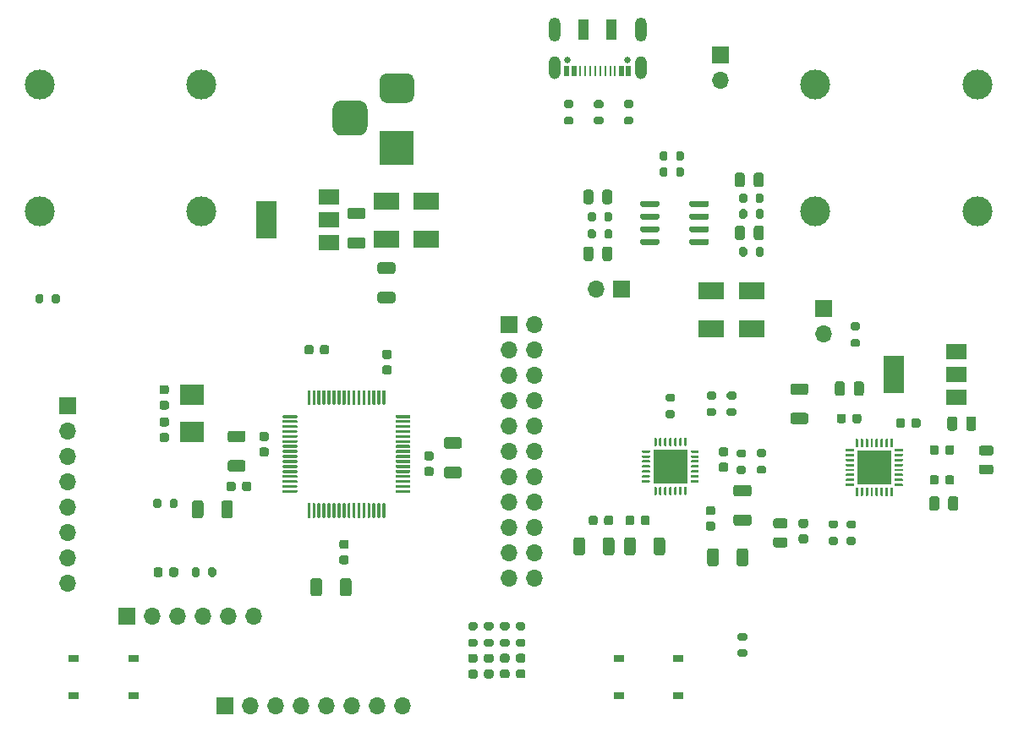
<source format=gbr>
%TF.GenerationSoftware,KiCad,Pcbnew,5.1.7-a382d34a8~88~ubuntu18.04.1*%
%TF.CreationDate,2021-04-29T22:01:18-07:00*%
%TF.ProjectId,dsp_dev_board,6473705f-6465-4765-9f62-6f6172642e6b,rev?*%
%TF.SameCoordinates,Original*%
%TF.FileFunction,Soldermask,Top*%
%TF.FilePolarity,Negative*%
%FSLAX46Y46*%
G04 Gerber Fmt 4.6, Leading zero omitted, Abs format (unit mm)*
G04 Created by KiCad (PCBNEW 5.1.7-a382d34a8~88~ubuntu18.04.1) date 2021-04-29 22:01:18*
%MOMM*%
%LPD*%
G01*
G04 APERTURE LIST*
%ADD10R,3.450000X3.450000*%
%ADD11R,1.000000X0.750000*%
%ADD12O,1.700000X1.700000*%
%ADD13R,1.700000X1.700000*%
%ADD14R,3.350000X3.350000*%
%ADD15R,2.000000X1.500000*%
%ADD16R,2.000000X3.800000*%
%ADD17R,0.520000X1.000000*%
%ADD18R,0.270000X1.000000*%
%ADD19C,0.600000*%
%ADD20C,0.630000*%
%ADD21R,1.000000X2.000000*%
%ADD22O,1.158000X2.316000*%
%ADD23O,1.200000X2.400000*%
%ADD24R,2.400000X2.000000*%
%ADD25C,3.000000*%
%ADD26R,3.500000X3.500000*%
%ADD27R,2.500000X1.800000*%
G04 APERTURE END LIST*
D10*
%TO.C,U5*%
X176600000Y-85900000D03*
G36*
G01*
X174725000Y-83837500D02*
X174725000Y-83087500D01*
G75*
G02*
X174787500Y-83025000I62500J0D01*
G01*
X174912500Y-83025000D01*
G75*
G02*
X174975000Y-83087500I0J-62500D01*
G01*
X174975000Y-83837500D01*
G75*
G02*
X174912500Y-83900000I-62500J0D01*
G01*
X174787500Y-83900000D01*
G75*
G02*
X174725000Y-83837500I0J62500D01*
G01*
G37*
G36*
G01*
X175225000Y-83837500D02*
X175225000Y-83087500D01*
G75*
G02*
X175287500Y-83025000I62500J0D01*
G01*
X175412500Y-83025000D01*
G75*
G02*
X175475000Y-83087500I0J-62500D01*
G01*
X175475000Y-83837500D01*
G75*
G02*
X175412500Y-83900000I-62500J0D01*
G01*
X175287500Y-83900000D01*
G75*
G02*
X175225000Y-83837500I0J62500D01*
G01*
G37*
G36*
G01*
X175725000Y-83837500D02*
X175725000Y-83087500D01*
G75*
G02*
X175787500Y-83025000I62500J0D01*
G01*
X175912500Y-83025000D01*
G75*
G02*
X175975000Y-83087500I0J-62500D01*
G01*
X175975000Y-83837500D01*
G75*
G02*
X175912500Y-83900000I-62500J0D01*
G01*
X175787500Y-83900000D01*
G75*
G02*
X175725000Y-83837500I0J62500D01*
G01*
G37*
G36*
G01*
X176225000Y-83837500D02*
X176225000Y-83087500D01*
G75*
G02*
X176287500Y-83025000I62500J0D01*
G01*
X176412500Y-83025000D01*
G75*
G02*
X176475000Y-83087500I0J-62500D01*
G01*
X176475000Y-83837500D01*
G75*
G02*
X176412500Y-83900000I-62500J0D01*
G01*
X176287500Y-83900000D01*
G75*
G02*
X176225000Y-83837500I0J62500D01*
G01*
G37*
G36*
G01*
X176725000Y-83837500D02*
X176725000Y-83087500D01*
G75*
G02*
X176787500Y-83025000I62500J0D01*
G01*
X176912500Y-83025000D01*
G75*
G02*
X176975000Y-83087500I0J-62500D01*
G01*
X176975000Y-83837500D01*
G75*
G02*
X176912500Y-83900000I-62500J0D01*
G01*
X176787500Y-83900000D01*
G75*
G02*
X176725000Y-83837500I0J62500D01*
G01*
G37*
G36*
G01*
X177225000Y-83837500D02*
X177225000Y-83087500D01*
G75*
G02*
X177287500Y-83025000I62500J0D01*
G01*
X177412500Y-83025000D01*
G75*
G02*
X177475000Y-83087500I0J-62500D01*
G01*
X177475000Y-83837500D01*
G75*
G02*
X177412500Y-83900000I-62500J0D01*
G01*
X177287500Y-83900000D01*
G75*
G02*
X177225000Y-83837500I0J62500D01*
G01*
G37*
G36*
G01*
X177725000Y-83837500D02*
X177725000Y-83087500D01*
G75*
G02*
X177787500Y-83025000I62500J0D01*
G01*
X177912500Y-83025000D01*
G75*
G02*
X177975000Y-83087500I0J-62500D01*
G01*
X177975000Y-83837500D01*
G75*
G02*
X177912500Y-83900000I-62500J0D01*
G01*
X177787500Y-83900000D01*
G75*
G02*
X177725000Y-83837500I0J62500D01*
G01*
G37*
G36*
G01*
X178225000Y-83837500D02*
X178225000Y-83087500D01*
G75*
G02*
X178287500Y-83025000I62500J0D01*
G01*
X178412500Y-83025000D01*
G75*
G02*
X178475000Y-83087500I0J-62500D01*
G01*
X178475000Y-83837500D01*
G75*
G02*
X178412500Y-83900000I-62500J0D01*
G01*
X178287500Y-83900000D01*
G75*
G02*
X178225000Y-83837500I0J62500D01*
G01*
G37*
G36*
G01*
X178600000Y-84212500D02*
X178600000Y-84087500D01*
G75*
G02*
X178662500Y-84025000I62500J0D01*
G01*
X179412500Y-84025000D01*
G75*
G02*
X179475000Y-84087500I0J-62500D01*
G01*
X179475000Y-84212500D01*
G75*
G02*
X179412500Y-84275000I-62500J0D01*
G01*
X178662500Y-84275000D01*
G75*
G02*
X178600000Y-84212500I0J62500D01*
G01*
G37*
G36*
G01*
X178600000Y-84712500D02*
X178600000Y-84587500D01*
G75*
G02*
X178662500Y-84525000I62500J0D01*
G01*
X179412500Y-84525000D01*
G75*
G02*
X179475000Y-84587500I0J-62500D01*
G01*
X179475000Y-84712500D01*
G75*
G02*
X179412500Y-84775000I-62500J0D01*
G01*
X178662500Y-84775000D01*
G75*
G02*
X178600000Y-84712500I0J62500D01*
G01*
G37*
G36*
G01*
X178600000Y-85212500D02*
X178600000Y-85087500D01*
G75*
G02*
X178662500Y-85025000I62500J0D01*
G01*
X179412500Y-85025000D01*
G75*
G02*
X179475000Y-85087500I0J-62500D01*
G01*
X179475000Y-85212500D01*
G75*
G02*
X179412500Y-85275000I-62500J0D01*
G01*
X178662500Y-85275000D01*
G75*
G02*
X178600000Y-85212500I0J62500D01*
G01*
G37*
G36*
G01*
X178600000Y-85712500D02*
X178600000Y-85587500D01*
G75*
G02*
X178662500Y-85525000I62500J0D01*
G01*
X179412500Y-85525000D01*
G75*
G02*
X179475000Y-85587500I0J-62500D01*
G01*
X179475000Y-85712500D01*
G75*
G02*
X179412500Y-85775000I-62500J0D01*
G01*
X178662500Y-85775000D01*
G75*
G02*
X178600000Y-85712500I0J62500D01*
G01*
G37*
G36*
G01*
X178600000Y-86212500D02*
X178600000Y-86087500D01*
G75*
G02*
X178662500Y-86025000I62500J0D01*
G01*
X179412500Y-86025000D01*
G75*
G02*
X179475000Y-86087500I0J-62500D01*
G01*
X179475000Y-86212500D01*
G75*
G02*
X179412500Y-86275000I-62500J0D01*
G01*
X178662500Y-86275000D01*
G75*
G02*
X178600000Y-86212500I0J62500D01*
G01*
G37*
G36*
G01*
X178600000Y-86712500D02*
X178600000Y-86587500D01*
G75*
G02*
X178662500Y-86525000I62500J0D01*
G01*
X179412500Y-86525000D01*
G75*
G02*
X179475000Y-86587500I0J-62500D01*
G01*
X179475000Y-86712500D01*
G75*
G02*
X179412500Y-86775000I-62500J0D01*
G01*
X178662500Y-86775000D01*
G75*
G02*
X178600000Y-86712500I0J62500D01*
G01*
G37*
G36*
G01*
X178600000Y-87212500D02*
X178600000Y-87087500D01*
G75*
G02*
X178662500Y-87025000I62500J0D01*
G01*
X179412500Y-87025000D01*
G75*
G02*
X179475000Y-87087500I0J-62500D01*
G01*
X179475000Y-87212500D01*
G75*
G02*
X179412500Y-87275000I-62500J0D01*
G01*
X178662500Y-87275000D01*
G75*
G02*
X178600000Y-87212500I0J62500D01*
G01*
G37*
G36*
G01*
X178600000Y-87712500D02*
X178600000Y-87587500D01*
G75*
G02*
X178662500Y-87525000I62500J0D01*
G01*
X179412500Y-87525000D01*
G75*
G02*
X179475000Y-87587500I0J-62500D01*
G01*
X179475000Y-87712500D01*
G75*
G02*
X179412500Y-87775000I-62500J0D01*
G01*
X178662500Y-87775000D01*
G75*
G02*
X178600000Y-87712500I0J62500D01*
G01*
G37*
G36*
G01*
X178225000Y-88712500D02*
X178225000Y-87962500D01*
G75*
G02*
X178287500Y-87900000I62500J0D01*
G01*
X178412500Y-87900000D01*
G75*
G02*
X178475000Y-87962500I0J-62500D01*
G01*
X178475000Y-88712500D01*
G75*
G02*
X178412500Y-88775000I-62500J0D01*
G01*
X178287500Y-88775000D01*
G75*
G02*
X178225000Y-88712500I0J62500D01*
G01*
G37*
G36*
G01*
X177725000Y-88712500D02*
X177725000Y-87962500D01*
G75*
G02*
X177787500Y-87900000I62500J0D01*
G01*
X177912500Y-87900000D01*
G75*
G02*
X177975000Y-87962500I0J-62500D01*
G01*
X177975000Y-88712500D01*
G75*
G02*
X177912500Y-88775000I-62500J0D01*
G01*
X177787500Y-88775000D01*
G75*
G02*
X177725000Y-88712500I0J62500D01*
G01*
G37*
G36*
G01*
X177225000Y-88712500D02*
X177225000Y-87962500D01*
G75*
G02*
X177287500Y-87900000I62500J0D01*
G01*
X177412500Y-87900000D01*
G75*
G02*
X177475000Y-87962500I0J-62500D01*
G01*
X177475000Y-88712500D01*
G75*
G02*
X177412500Y-88775000I-62500J0D01*
G01*
X177287500Y-88775000D01*
G75*
G02*
X177225000Y-88712500I0J62500D01*
G01*
G37*
G36*
G01*
X176725000Y-88712500D02*
X176725000Y-87962500D01*
G75*
G02*
X176787500Y-87900000I62500J0D01*
G01*
X176912500Y-87900000D01*
G75*
G02*
X176975000Y-87962500I0J-62500D01*
G01*
X176975000Y-88712500D01*
G75*
G02*
X176912500Y-88775000I-62500J0D01*
G01*
X176787500Y-88775000D01*
G75*
G02*
X176725000Y-88712500I0J62500D01*
G01*
G37*
G36*
G01*
X176225000Y-88712500D02*
X176225000Y-87962500D01*
G75*
G02*
X176287500Y-87900000I62500J0D01*
G01*
X176412500Y-87900000D01*
G75*
G02*
X176475000Y-87962500I0J-62500D01*
G01*
X176475000Y-88712500D01*
G75*
G02*
X176412500Y-88775000I-62500J0D01*
G01*
X176287500Y-88775000D01*
G75*
G02*
X176225000Y-88712500I0J62500D01*
G01*
G37*
G36*
G01*
X175725000Y-88712500D02*
X175725000Y-87962500D01*
G75*
G02*
X175787500Y-87900000I62500J0D01*
G01*
X175912500Y-87900000D01*
G75*
G02*
X175975000Y-87962500I0J-62500D01*
G01*
X175975000Y-88712500D01*
G75*
G02*
X175912500Y-88775000I-62500J0D01*
G01*
X175787500Y-88775000D01*
G75*
G02*
X175725000Y-88712500I0J62500D01*
G01*
G37*
G36*
G01*
X175225000Y-88712500D02*
X175225000Y-87962500D01*
G75*
G02*
X175287500Y-87900000I62500J0D01*
G01*
X175412500Y-87900000D01*
G75*
G02*
X175475000Y-87962500I0J-62500D01*
G01*
X175475000Y-88712500D01*
G75*
G02*
X175412500Y-88775000I-62500J0D01*
G01*
X175287500Y-88775000D01*
G75*
G02*
X175225000Y-88712500I0J62500D01*
G01*
G37*
G36*
G01*
X174725000Y-88712500D02*
X174725000Y-87962500D01*
G75*
G02*
X174787500Y-87900000I62500J0D01*
G01*
X174912500Y-87900000D01*
G75*
G02*
X174975000Y-87962500I0J-62500D01*
G01*
X174975000Y-88712500D01*
G75*
G02*
X174912500Y-88775000I-62500J0D01*
G01*
X174787500Y-88775000D01*
G75*
G02*
X174725000Y-88712500I0J62500D01*
G01*
G37*
G36*
G01*
X173725000Y-87712500D02*
X173725000Y-87587500D01*
G75*
G02*
X173787500Y-87525000I62500J0D01*
G01*
X174537500Y-87525000D01*
G75*
G02*
X174600000Y-87587500I0J-62500D01*
G01*
X174600000Y-87712500D01*
G75*
G02*
X174537500Y-87775000I-62500J0D01*
G01*
X173787500Y-87775000D01*
G75*
G02*
X173725000Y-87712500I0J62500D01*
G01*
G37*
G36*
G01*
X173725000Y-87212500D02*
X173725000Y-87087500D01*
G75*
G02*
X173787500Y-87025000I62500J0D01*
G01*
X174537500Y-87025000D01*
G75*
G02*
X174600000Y-87087500I0J-62500D01*
G01*
X174600000Y-87212500D01*
G75*
G02*
X174537500Y-87275000I-62500J0D01*
G01*
X173787500Y-87275000D01*
G75*
G02*
X173725000Y-87212500I0J62500D01*
G01*
G37*
G36*
G01*
X173725000Y-86712500D02*
X173725000Y-86587500D01*
G75*
G02*
X173787500Y-86525000I62500J0D01*
G01*
X174537500Y-86525000D01*
G75*
G02*
X174600000Y-86587500I0J-62500D01*
G01*
X174600000Y-86712500D01*
G75*
G02*
X174537500Y-86775000I-62500J0D01*
G01*
X173787500Y-86775000D01*
G75*
G02*
X173725000Y-86712500I0J62500D01*
G01*
G37*
G36*
G01*
X173725000Y-86212500D02*
X173725000Y-86087500D01*
G75*
G02*
X173787500Y-86025000I62500J0D01*
G01*
X174537500Y-86025000D01*
G75*
G02*
X174600000Y-86087500I0J-62500D01*
G01*
X174600000Y-86212500D01*
G75*
G02*
X174537500Y-86275000I-62500J0D01*
G01*
X173787500Y-86275000D01*
G75*
G02*
X173725000Y-86212500I0J62500D01*
G01*
G37*
G36*
G01*
X173725000Y-85712500D02*
X173725000Y-85587500D01*
G75*
G02*
X173787500Y-85525000I62500J0D01*
G01*
X174537500Y-85525000D01*
G75*
G02*
X174600000Y-85587500I0J-62500D01*
G01*
X174600000Y-85712500D01*
G75*
G02*
X174537500Y-85775000I-62500J0D01*
G01*
X173787500Y-85775000D01*
G75*
G02*
X173725000Y-85712500I0J62500D01*
G01*
G37*
G36*
G01*
X173725000Y-85212500D02*
X173725000Y-85087500D01*
G75*
G02*
X173787500Y-85025000I62500J0D01*
G01*
X174537500Y-85025000D01*
G75*
G02*
X174600000Y-85087500I0J-62500D01*
G01*
X174600000Y-85212500D01*
G75*
G02*
X174537500Y-85275000I-62500J0D01*
G01*
X173787500Y-85275000D01*
G75*
G02*
X173725000Y-85212500I0J62500D01*
G01*
G37*
G36*
G01*
X173725000Y-84712500D02*
X173725000Y-84587500D01*
G75*
G02*
X173787500Y-84525000I62500J0D01*
G01*
X174537500Y-84525000D01*
G75*
G02*
X174600000Y-84587500I0J-62500D01*
G01*
X174600000Y-84712500D01*
G75*
G02*
X174537500Y-84775000I-62500J0D01*
G01*
X173787500Y-84775000D01*
G75*
G02*
X173725000Y-84712500I0J62500D01*
G01*
G37*
G36*
G01*
X173725000Y-84212500D02*
X173725000Y-84087500D01*
G75*
G02*
X173787500Y-84025000I62500J0D01*
G01*
X174537500Y-84025000D01*
G75*
G02*
X174600000Y-84087500I0J-62500D01*
G01*
X174600000Y-84212500D01*
G75*
G02*
X174537500Y-84275000I-62500J0D01*
G01*
X173787500Y-84275000D01*
G75*
G02*
X173725000Y-84212500I0J62500D01*
G01*
G37*
%TD*%
D11*
%TO.C,S2*%
X102400000Y-108750000D03*
X96400000Y-108750000D03*
X102400000Y-105000000D03*
X96400000Y-105000000D03*
%TD*%
%TO.C,S1*%
X151000000Y-105000000D03*
X157000000Y-105000000D03*
X151000000Y-108750000D03*
X157000000Y-108750000D03*
%TD*%
%TO.C,R11*%
G36*
G01*
X163675000Y-103250000D02*
X163125000Y-103250000D01*
G75*
G02*
X162925000Y-103050000I0J200000D01*
G01*
X162925000Y-102650000D01*
G75*
G02*
X163125000Y-102450000I200000J0D01*
G01*
X163675000Y-102450000D01*
G75*
G02*
X163875000Y-102650000I0J-200000D01*
G01*
X163875000Y-103050000D01*
G75*
G02*
X163675000Y-103250000I-200000J0D01*
G01*
G37*
G36*
G01*
X163675000Y-104900000D02*
X163125000Y-104900000D01*
G75*
G02*
X162925000Y-104700000I0J200000D01*
G01*
X162925000Y-104300000D01*
G75*
G02*
X163125000Y-104100000I200000J0D01*
G01*
X163675000Y-104100000D01*
G75*
G02*
X163875000Y-104300000I0J-200000D01*
G01*
X163875000Y-104700000D01*
G75*
G02*
X163675000Y-104900000I-200000J0D01*
G01*
G37*
%TD*%
D12*
%TO.C,J11*%
X142540000Y-97000000D03*
X140000000Y-97000000D03*
X142540000Y-94460000D03*
X140000000Y-94460000D03*
X142540000Y-91920000D03*
X140000000Y-91920000D03*
X142540000Y-89380000D03*
X140000000Y-89380000D03*
X142540000Y-86840000D03*
X140000000Y-86840000D03*
X142540000Y-84300000D03*
X140000000Y-84300000D03*
X142540000Y-81760000D03*
X140000000Y-81760000D03*
X142540000Y-79220000D03*
X140000000Y-79220000D03*
X142540000Y-76680000D03*
X140000000Y-76680000D03*
X142540000Y-74140000D03*
X140000000Y-74140000D03*
X142540000Y-71600000D03*
D13*
X140000000Y-71600000D03*
%TD*%
%TO.C,U4*%
G36*
G01*
X153330000Y-84362500D02*
X153330000Y-84237500D01*
G75*
G02*
X153392500Y-84175000I62500J0D01*
G01*
X154067500Y-84175000D01*
G75*
G02*
X154130000Y-84237500I0J-62500D01*
G01*
X154130000Y-84362500D01*
G75*
G02*
X154067500Y-84425000I-62500J0D01*
G01*
X153392500Y-84425000D01*
G75*
G02*
X153330000Y-84362500I0J62500D01*
G01*
G37*
G36*
G01*
X153330000Y-84862500D02*
X153330000Y-84737500D01*
G75*
G02*
X153392500Y-84675000I62500J0D01*
G01*
X154067500Y-84675000D01*
G75*
G02*
X154130000Y-84737500I0J-62500D01*
G01*
X154130000Y-84862500D01*
G75*
G02*
X154067500Y-84925000I-62500J0D01*
G01*
X153392500Y-84925000D01*
G75*
G02*
X153330000Y-84862500I0J62500D01*
G01*
G37*
G36*
G01*
X153330000Y-85362500D02*
X153330000Y-85237500D01*
G75*
G02*
X153392500Y-85175000I62500J0D01*
G01*
X154067500Y-85175000D01*
G75*
G02*
X154130000Y-85237500I0J-62500D01*
G01*
X154130000Y-85362500D01*
G75*
G02*
X154067500Y-85425000I-62500J0D01*
G01*
X153392500Y-85425000D01*
G75*
G02*
X153330000Y-85362500I0J62500D01*
G01*
G37*
G36*
G01*
X153330000Y-85862500D02*
X153330000Y-85737500D01*
G75*
G02*
X153392500Y-85675000I62500J0D01*
G01*
X154067500Y-85675000D01*
G75*
G02*
X154130000Y-85737500I0J-62500D01*
G01*
X154130000Y-85862500D01*
G75*
G02*
X154067500Y-85925000I-62500J0D01*
G01*
X153392500Y-85925000D01*
G75*
G02*
X153330000Y-85862500I0J62500D01*
G01*
G37*
G36*
G01*
X153330000Y-86362500D02*
X153330000Y-86237500D01*
G75*
G02*
X153392500Y-86175000I62500J0D01*
G01*
X154067500Y-86175000D01*
G75*
G02*
X154130000Y-86237500I0J-62500D01*
G01*
X154130000Y-86362500D01*
G75*
G02*
X154067500Y-86425000I-62500J0D01*
G01*
X153392500Y-86425000D01*
G75*
G02*
X153330000Y-86362500I0J62500D01*
G01*
G37*
G36*
G01*
X153330000Y-86862500D02*
X153330000Y-86737500D01*
G75*
G02*
X153392500Y-86675000I62500J0D01*
G01*
X154067500Y-86675000D01*
G75*
G02*
X154130000Y-86737500I0J-62500D01*
G01*
X154130000Y-86862500D01*
G75*
G02*
X154067500Y-86925000I-62500J0D01*
G01*
X153392500Y-86925000D01*
G75*
G02*
X153330000Y-86862500I0J62500D01*
G01*
G37*
G36*
G01*
X153330000Y-87362500D02*
X153330000Y-87237500D01*
G75*
G02*
X153392500Y-87175000I62500J0D01*
G01*
X154067500Y-87175000D01*
G75*
G02*
X154130000Y-87237500I0J-62500D01*
G01*
X154130000Y-87362500D01*
G75*
G02*
X154067500Y-87425000I-62500J0D01*
G01*
X153392500Y-87425000D01*
G75*
G02*
X153330000Y-87362500I0J62500D01*
G01*
G37*
G36*
G01*
X154555000Y-88587500D02*
X154555000Y-87912500D01*
G75*
G02*
X154617500Y-87850000I62500J0D01*
G01*
X154742500Y-87850000D01*
G75*
G02*
X154805000Y-87912500I0J-62500D01*
G01*
X154805000Y-88587500D01*
G75*
G02*
X154742500Y-88650000I-62500J0D01*
G01*
X154617500Y-88650000D01*
G75*
G02*
X154555000Y-88587500I0J62500D01*
G01*
G37*
G36*
G01*
X155055000Y-88587500D02*
X155055000Y-87912500D01*
G75*
G02*
X155117500Y-87850000I62500J0D01*
G01*
X155242500Y-87850000D01*
G75*
G02*
X155305000Y-87912500I0J-62500D01*
G01*
X155305000Y-88587500D01*
G75*
G02*
X155242500Y-88650000I-62500J0D01*
G01*
X155117500Y-88650000D01*
G75*
G02*
X155055000Y-88587500I0J62500D01*
G01*
G37*
G36*
G01*
X155555000Y-88587500D02*
X155555000Y-87912500D01*
G75*
G02*
X155617500Y-87850000I62500J0D01*
G01*
X155742500Y-87850000D01*
G75*
G02*
X155805000Y-87912500I0J-62500D01*
G01*
X155805000Y-88587500D01*
G75*
G02*
X155742500Y-88650000I-62500J0D01*
G01*
X155617500Y-88650000D01*
G75*
G02*
X155555000Y-88587500I0J62500D01*
G01*
G37*
G36*
G01*
X156055000Y-88587500D02*
X156055000Y-87912500D01*
G75*
G02*
X156117500Y-87850000I62500J0D01*
G01*
X156242500Y-87850000D01*
G75*
G02*
X156305000Y-87912500I0J-62500D01*
G01*
X156305000Y-88587500D01*
G75*
G02*
X156242500Y-88650000I-62500J0D01*
G01*
X156117500Y-88650000D01*
G75*
G02*
X156055000Y-88587500I0J62500D01*
G01*
G37*
G36*
G01*
X156555000Y-88587500D02*
X156555000Y-87912500D01*
G75*
G02*
X156617500Y-87850000I62500J0D01*
G01*
X156742500Y-87850000D01*
G75*
G02*
X156805000Y-87912500I0J-62500D01*
G01*
X156805000Y-88587500D01*
G75*
G02*
X156742500Y-88650000I-62500J0D01*
G01*
X156617500Y-88650000D01*
G75*
G02*
X156555000Y-88587500I0J62500D01*
G01*
G37*
G36*
G01*
X157055000Y-88587500D02*
X157055000Y-87912500D01*
G75*
G02*
X157117500Y-87850000I62500J0D01*
G01*
X157242500Y-87850000D01*
G75*
G02*
X157305000Y-87912500I0J-62500D01*
G01*
X157305000Y-88587500D01*
G75*
G02*
X157242500Y-88650000I-62500J0D01*
G01*
X157117500Y-88650000D01*
G75*
G02*
X157055000Y-88587500I0J62500D01*
G01*
G37*
G36*
G01*
X157555000Y-88587500D02*
X157555000Y-87912500D01*
G75*
G02*
X157617500Y-87850000I62500J0D01*
G01*
X157742500Y-87850000D01*
G75*
G02*
X157805000Y-87912500I0J-62500D01*
G01*
X157805000Y-88587500D01*
G75*
G02*
X157742500Y-88650000I-62500J0D01*
G01*
X157617500Y-88650000D01*
G75*
G02*
X157555000Y-88587500I0J62500D01*
G01*
G37*
G36*
G01*
X158230000Y-87362500D02*
X158230000Y-87237500D01*
G75*
G02*
X158292500Y-87175000I62500J0D01*
G01*
X158967500Y-87175000D01*
G75*
G02*
X159030000Y-87237500I0J-62500D01*
G01*
X159030000Y-87362500D01*
G75*
G02*
X158967500Y-87425000I-62500J0D01*
G01*
X158292500Y-87425000D01*
G75*
G02*
X158230000Y-87362500I0J62500D01*
G01*
G37*
G36*
G01*
X158230000Y-86862500D02*
X158230000Y-86737500D01*
G75*
G02*
X158292500Y-86675000I62500J0D01*
G01*
X158967500Y-86675000D01*
G75*
G02*
X159030000Y-86737500I0J-62500D01*
G01*
X159030000Y-86862500D01*
G75*
G02*
X158967500Y-86925000I-62500J0D01*
G01*
X158292500Y-86925000D01*
G75*
G02*
X158230000Y-86862500I0J62500D01*
G01*
G37*
G36*
G01*
X158230000Y-86362500D02*
X158230000Y-86237500D01*
G75*
G02*
X158292500Y-86175000I62500J0D01*
G01*
X158967500Y-86175000D01*
G75*
G02*
X159030000Y-86237500I0J-62500D01*
G01*
X159030000Y-86362500D01*
G75*
G02*
X158967500Y-86425000I-62500J0D01*
G01*
X158292500Y-86425000D01*
G75*
G02*
X158230000Y-86362500I0J62500D01*
G01*
G37*
G36*
G01*
X158230000Y-85862500D02*
X158230000Y-85737500D01*
G75*
G02*
X158292500Y-85675000I62500J0D01*
G01*
X158967500Y-85675000D01*
G75*
G02*
X159030000Y-85737500I0J-62500D01*
G01*
X159030000Y-85862500D01*
G75*
G02*
X158967500Y-85925000I-62500J0D01*
G01*
X158292500Y-85925000D01*
G75*
G02*
X158230000Y-85862500I0J62500D01*
G01*
G37*
G36*
G01*
X158230000Y-85362500D02*
X158230000Y-85237500D01*
G75*
G02*
X158292500Y-85175000I62500J0D01*
G01*
X158967500Y-85175000D01*
G75*
G02*
X159030000Y-85237500I0J-62500D01*
G01*
X159030000Y-85362500D01*
G75*
G02*
X158967500Y-85425000I-62500J0D01*
G01*
X158292500Y-85425000D01*
G75*
G02*
X158230000Y-85362500I0J62500D01*
G01*
G37*
G36*
G01*
X158230000Y-84862500D02*
X158230000Y-84737500D01*
G75*
G02*
X158292500Y-84675000I62500J0D01*
G01*
X158967500Y-84675000D01*
G75*
G02*
X159030000Y-84737500I0J-62500D01*
G01*
X159030000Y-84862500D01*
G75*
G02*
X158967500Y-84925000I-62500J0D01*
G01*
X158292500Y-84925000D01*
G75*
G02*
X158230000Y-84862500I0J62500D01*
G01*
G37*
G36*
G01*
X158230000Y-84362500D02*
X158230000Y-84237500D01*
G75*
G02*
X158292500Y-84175000I62500J0D01*
G01*
X158967500Y-84175000D01*
G75*
G02*
X159030000Y-84237500I0J-62500D01*
G01*
X159030000Y-84362500D01*
G75*
G02*
X158967500Y-84425000I-62500J0D01*
G01*
X158292500Y-84425000D01*
G75*
G02*
X158230000Y-84362500I0J62500D01*
G01*
G37*
G36*
G01*
X157555000Y-83687500D02*
X157555000Y-83012500D01*
G75*
G02*
X157617500Y-82950000I62500J0D01*
G01*
X157742500Y-82950000D01*
G75*
G02*
X157805000Y-83012500I0J-62500D01*
G01*
X157805000Y-83687500D01*
G75*
G02*
X157742500Y-83750000I-62500J0D01*
G01*
X157617500Y-83750000D01*
G75*
G02*
X157555000Y-83687500I0J62500D01*
G01*
G37*
G36*
G01*
X157055000Y-83687500D02*
X157055000Y-83012500D01*
G75*
G02*
X157117500Y-82950000I62500J0D01*
G01*
X157242500Y-82950000D01*
G75*
G02*
X157305000Y-83012500I0J-62500D01*
G01*
X157305000Y-83687500D01*
G75*
G02*
X157242500Y-83750000I-62500J0D01*
G01*
X157117500Y-83750000D01*
G75*
G02*
X157055000Y-83687500I0J62500D01*
G01*
G37*
G36*
G01*
X156555000Y-83687500D02*
X156555000Y-83012500D01*
G75*
G02*
X156617500Y-82950000I62500J0D01*
G01*
X156742500Y-82950000D01*
G75*
G02*
X156805000Y-83012500I0J-62500D01*
G01*
X156805000Y-83687500D01*
G75*
G02*
X156742500Y-83750000I-62500J0D01*
G01*
X156617500Y-83750000D01*
G75*
G02*
X156555000Y-83687500I0J62500D01*
G01*
G37*
G36*
G01*
X156055000Y-83687500D02*
X156055000Y-83012500D01*
G75*
G02*
X156117500Y-82950000I62500J0D01*
G01*
X156242500Y-82950000D01*
G75*
G02*
X156305000Y-83012500I0J-62500D01*
G01*
X156305000Y-83687500D01*
G75*
G02*
X156242500Y-83750000I-62500J0D01*
G01*
X156117500Y-83750000D01*
G75*
G02*
X156055000Y-83687500I0J62500D01*
G01*
G37*
G36*
G01*
X155555000Y-83687500D02*
X155555000Y-83012500D01*
G75*
G02*
X155617500Y-82950000I62500J0D01*
G01*
X155742500Y-82950000D01*
G75*
G02*
X155805000Y-83012500I0J-62500D01*
G01*
X155805000Y-83687500D01*
G75*
G02*
X155742500Y-83750000I-62500J0D01*
G01*
X155617500Y-83750000D01*
G75*
G02*
X155555000Y-83687500I0J62500D01*
G01*
G37*
G36*
G01*
X155055000Y-83687500D02*
X155055000Y-83012500D01*
G75*
G02*
X155117500Y-82950000I62500J0D01*
G01*
X155242500Y-82950000D01*
G75*
G02*
X155305000Y-83012500I0J-62500D01*
G01*
X155305000Y-83687500D01*
G75*
G02*
X155242500Y-83750000I-62500J0D01*
G01*
X155117500Y-83750000D01*
G75*
G02*
X155055000Y-83687500I0J62500D01*
G01*
G37*
G36*
G01*
X154555000Y-83687500D02*
X154555000Y-83012500D01*
G75*
G02*
X154617500Y-82950000I62500J0D01*
G01*
X154742500Y-82950000D01*
G75*
G02*
X154805000Y-83012500I0J-62500D01*
G01*
X154805000Y-83687500D01*
G75*
G02*
X154742500Y-83750000I-62500J0D01*
G01*
X154617500Y-83750000D01*
G75*
G02*
X154555000Y-83687500I0J62500D01*
G01*
G37*
D14*
X156180000Y-85800000D03*
%TD*%
%TO.C,U3*%
G36*
G01*
X118750000Y-88450000D02*
X117425000Y-88450000D01*
G75*
G02*
X117350000Y-88375000I0J75000D01*
G01*
X117350000Y-88225000D01*
G75*
G02*
X117425000Y-88150000I75000J0D01*
G01*
X118750000Y-88150000D01*
G75*
G02*
X118825000Y-88225000I0J-75000D01*
G01*
X118825000Y-88375000D01*
G75*
G02*
X118750000Y-88450000I-75000J0D01*
G01*
G37*
G36*
G01*
X118750000Y-87950000D02*
X117425000Y-87950000D01*
G75*
G02*
X117350000Y-87875000I0J75000D01*
G01*
X117350000Y-87725000D01*
G75*
G02*
X117425000Y-87650000I75000J0D01*
G01*
X118750000Y-87650000D01*
G75*
G02*
X118825000Y-87725000I0J-75000D01*
G01*
X118825000Y-87875000D01*
G75*
G02*
X118750000Y-87950000I-75000J0D01*
G01*
G37*
G36*
G01*
X118750000Y-87450000D02*
X117425000Y-87450000D01*
G75*
G02*
X117350000Y-87375000I0J75000D01*
G01*
X117350000Y-87225000D01*
G75*
G02*
X117425000Y-87150000I75000J0D01*
G01*
X118750000Y-87150000D01*
G75*
G02*
X118825000Y-87225000I0J-75000D01*
G01*
X118825000Y-87375000D01*
G75*
G02*
X118750000Y-87450000I-75000J0D01*
G01*
G37*
G36*
G01*
X118750000Y-86950000D02*
X117425000Y-86950000D01*
G75*
G02*
X117350000Y-86875000I0J75000D01*
G01*
X117350000Y-86725000D01*
G75*
G02*
X117425000Y-86650000I75000J0D01*
G01*
X118750000Y-86650000D01*
G75*
G02*
X118825000Y-86725000I0J-75000D01*
G01*
X118825000Y-86875000D01*
G75*
G02*
X118750000Y-86950000I-75000J0D01*
G01*
G37*
G36*
G01*
X118750000Y-86450000D02*
X117425000Y-86450000D01*
G75*
G02*
X117350000Y-86375000I0J75000D01*
G01*
X117350000Y-86225000D01*
G75*
G02*
X117425000Y-86150000I75000J0D01*
G01*
X118750000Y-86150000D01*
G75*
G02*
X118825000Y-86225000I0J-75000D01*
G01*
X118825000Y-86375000D01*
G75*
G02*
X118750000Y-86450000I-75000J0D01*
G01*
G37*
G36*
G01*
X118750000Y-85950000D02*
X117425000Y-85950000D01*
G75*
G02*
X117350000Y-85875000I0J75000D01*
G01*
X117350000Y-85725000D01*
G75*
G02*
X117425000Y-85650000I75000J0D01*
G01*
X118750000Y-85650000D01*
G75*
G02*
X118825000Y-85725000I0J-75000D01*
G01*
X118825000Y-85875000D01*
G75*
G02*
X118750000Y-85950000I-75000J0D01*
G01*
G37*
G36*
G01*
X118750000Y-85450000D02*
X117425000Y-85450000D01*
G75*
G02*
X117350000Y-85375000I0J75000D01*
G01*
X117350000Y-85225000D01*
G75*
G02*
X117425000Y-85150000I75000J0D01*
G01*
X118750000Y-85150000D01*
G75*
G02*
X118825000Y-85225000I0J-75000D01*
G01*
X118825000Y-85375000D01*
G75*
G02*
X118750000Y-85450000I-75000J0D01*
G01*
G37*
G36*
G01*
X118750000Y-84950000D02*
X117425000Y-84950000D01*
G75*
G02*
X117350000Y-84875000I0J75000D01*
G01*
X117350000Y-84725000D01*
G75*
G02*
X117425000Y-84650000I75000J0D01*
G01*
X118750000Y-84650000D01*
G75*
G02*
X118825000Y-84725000I0J-75000D01*
G01*
X118825000Y-84875000D01*
G75*
G02*
X118750000Y-84950000I-75000J0D01*
G01*
G37*
G36*
G01*
X118750000Y-84450000D02*
X117425000Y-84450000D01*
G75*
G02*
X117350000Y-84375000I0J75000D01*
G01*
X117350000Y-84225000D01*
G75*
G02*
X117425000Y-84150000I75000J0D01*
G01*
X118750000Y-84150000D01*
G75*
G02*
X118825000Y-84225000I0J-75000D01*
G01*
X118825000Y-84375000D01*
G75*
G02*
X118750000Y-84450000I-75000J0D01*
G01*
G37*
G36*
G01*
X118750000Y-83950000D02*
X117425000Y-83950000D01*
G75*
G02*
X117350000Y-83875000I0J75000D01*
G01*
X117350000Y-83725000D01*
G75*
G02*
X117425000Y-83650000I75000J0D01*
G01*
X118750000Y-83650000D01*
G75*
G02*
X118825000Y-83725000I0J-75000D01*
G01*
X118825000Y-83875000D01*
G75*
G02*
X118750000Y-83950000I-75000J0D01*
G01*
G37*
G36*
G01*
X118750000Y-83450000D02*
X117425000Y-83450000D01*
G75*
G02*
X117350000Y-83375000I0J75000D01*
G01*
X117350000Y-83225000D01*
G75*
G02*
X117425000Y-83150000I75000J0D01*
G01*
X118750000Y-83150000D01*
G75*
G02*
X118825000Y-83225000I0J-75000D01*
G01*
X118825000Y-83375000D01*
G75*
G02*
X118750000Y-83450000I-75000J0D01*
G01*
G37*
G36*
G01*
X118750000Y-82950000D02*
X117425000Y-82950000D01*
G75*
G02*
X117350000Y-82875000I0J75000D01*
G01*
X117350000Y-82725000D01*
G75*
G02*
X117425000Y-82650000I75000J0D01*
G01*
X118750000Y-82650000D01*
G75*
G02*
X118825000Y-82725000I0J-75000D01*
G01*
X118825000Y-82875000D01*
G75*
G02*
X118750000Y-82950000I-75000J0D01*
G01*
G37*
G36*
G01*
X118750000Y-82450000D02*
X117425000Y-82450000D01*
G75*
G02*
X117350000Y-82375000I0J75000D01*
G01*
X117350000Y-82225000D01*
G75*
G02*
X117425000Y-82150000I75000J0D01*
G01*
X118750000Y-82150000D01*
G75*
G02*
X118825000Y-82225000I0J-75000D01*
G01*
X118825000Y-82375000D01*
G75*
G02*
X118750000Y-82450000I-75000J0D01*
G01*
G37*
G36*
G01*
X118750000Y-81950000D02*
X117425000Y-81950000D01*
G75*
G02*
X117350000Y-81875000I0J75000D01*
G01*
X117350000Y-81725000D01*
G75*
G02*
X117425000Y-81650000I75000J0D01*
G01*
X118750000Y-81650000D01*
G75*
G02*
X118825000Y-81725000I0J-75000D01*
G01*
X118825000Y-81875000D01*
G75*
G02*
X118750000Y-81950000I-75000J0D01*
G01*
G37*
G36*
G01*
X118750000Y-81450000D02*
X117425000Y-81450000D01*
G75*
G02*
X117350000Y-81375000I0J75000D01*
G01*
X117350000Y-81225000D01*
G75*
G02*
X117425000Y-81150000I75000J0D01*
G01*
X118750000Y-81150000D01*
G75*
G02*
X118825000Y-81225000I0J-75000D01*
G01*
X118825000Y-81375000D01*
G75*
G02*
X118750000Y-81450000I-75000J0D01*
G01*
G37*
G36*
G01*
X118750000Y-80950000D02*
X117425000Y-80950000D01*
G75*
G02*
X117350000Y-80875000I0J75000D01*
G01*
X117350000Y-80725000D01*
G75*
G02*
X117425000Y-80650000I75000J0D01*
G01*
X118750000Y-80650000D01*
G75*
G02*
X118825000Y-80725000I0J-75000D01*
G01*
X118825000Y-80875000D01*
G75*
G02*
X118750000Y-80950000I-75000J0D01*
G01*
G37*
G36*
G01*
X120075000Y-79625000D02*
X119925000Y-79625000D01*
G75*
G02*
X119850000Y-79550000I0J75000D01*
G01*
X119850000Y-78225000D01*
G75*
G02*
X119925000Y-78150000I75000J0D01*
G01*
X120075000Y-78150000D01*
G75*
G02*
X120150000Y-78225000I0J-75000D01*
G01*
X120150000Y-79550000D01*
G75*
G02*
X120075000Y-79625000I-75000J0D01*
G01*
G37*
G36*
G01*
X120575000Y-79625000D02*
X120425000Y-79625000D01*
G75*
G02*
X120350000Y-79550000I0J75000D01*
G01*
X120350000Y-78225000D01*
G75*
G02*
X120425000Y-78150000I75000J0D01*
G01*
X120575000Y-78150000D01*
G75*
G02*
X120650000Y-78225000I0J-75000D01*
G01*
X120650000Y-79550000D01*
G75*
G02*
X120575000Y-79625000I-75000J0D01*
G01*
G37*
G36*
G01*
X121075000Y-79625000D02*
X120925000Y-79625000D01*
G75*
G02*
X120850000Y-79550000I0J75000D01*
G01*
X120850000Y-78225000D01*
G75*
G02*
X120925000Y-78150000I75000J0D01*
G01*
X121075000Y-78150000D01*
G75*
G02*
X121150000Y-78225000I0J-75000D01*
G01*
X121150000Y-79550000D01*
G75*
G02*
X121075000Y-79625000I-75000J0D01*
G01*
G37*
G36*
G01*
X121575000Y-79625000D02*
X121425000Y-79625000D01*
G75*
G02*
X121350000Y-79550000I0J75000D01*
G01*
X121350000Y-78225000D01*
G75*
G02*
X121425000Y-78150000I75000J0D01*
G01*
X121575000Y-78150000D01*
G75*
G02*
X121650000Y-78225000I0J-75000D01*
G01*
X121650000Y-79550000D01*
G75*
G02*
X121575000Y-79625000I-75000J0D01*
G01*
G37*
G36*
G01*
X122075000Y-79625000D02*
X121925000Y-79625000D01*
G75*
G02*
X121850000Y-79550000I0J75000D01*
G01*
X121850000Y-78225000D01*
G75*
G02*
X121925000Y-78150000I75000J0D01*
G01*
X122075000Y-78150000D01*
G75*
G02*
X122150000Y-78225000I0J-75000D01*
G01*
X122150000Y-79550000D01*
G75*
G02*
X122075000Y-79625000I-75000J0D01*
G01*
G37*
G36*
G01*
X122575000Y-79625000D02*
X122425000Y-79625000D01*
G75*
G02*
X122350000Y-79550000I0J75000D01*
G01*
X122350000Y-78225000D01*
G75*
G02*
X122425000Y-78150000I75000J0D01*
G01*
X122575000Y-78150000D01*
G75*
G02*
X122650000Y-78225000I0J-75000D01*
G01*
X122650000Y-79550000D01*
G75*
G02*
X122575000Y-79625000I-75000J0D01*
G01*
G37*
G36*
G01*
X123075000Y-79625000D02*
X122925000Y-79625000D01*
G75*
G02*
X122850000Y-79550000I0J75000D01*
G01*
X122850000Y-78225000D01*
G75*
G02*
X122925000Y-78150000I75000J0D01*
G01*
X123075000Y-78150000D01*
G75*
G02*
X123150000Y-78225000I0J-75000D01*
G01*
X123150000Y-79550000D01*
G75*
G02*
X123075000Y-79625000I-75000J0D01*
G01*
G37*
G36*
G01*
X123575000Y-79625000D02*
X123425000Y-79625000D01*
G75*
G02*
X123350000Y-79550000I0J75000D01*
G01*
X123350000Y-78225000D01*
G75*
G02*
X123425000Y-78150000I75000J0D01*
G01*
X123575000Y-78150000D01*
G75*
G02*
X123650000Y-78225000I0J-75000D01*
G01*
X123650000Y-79550000D01*
G75*
G02*
X123575000Y-79625000I-75000J0D01*
G01*
G37*
G36*
G01*
X124075000Y-79625000D02*
X123925000Y-79625000D01*
G75*
G02*
X123850000Y-79550000I0J75000D01*
G01*
X123850000Y-78225000D01*
G75*
G02*
X123925000Y-78150000I75000J0D01*
G01*
X124075000Y-78150000D01*
G75*
G02*
X124150000Y-78225000I0J-75000D01*
G01*
X124150000Y-79550000D01*
G75*
G02*
X124075000Y-79625000I-75000J0D01*
G01*
G37*
G36*
G01*
X124575000Y-79625000D02*
X124425000Y-79625000D01*
G75*
G02*
X124350000Y-79550000I0J75000D01*
G01*
X124350000Y-78225000D01*
G75*
G02*
X124425000Y-78150000I75000J0D01*
G01*
X124575000Y-78150000D01*
G75*
G02*
X124650000Y-78225000I0J-75000D01*
G01*
X124650000Y-79550000D01*
G75*
G02*
X124575000Y-79625000I-75000J0D01*
G01*
G37*
G36*
G01*
X125075000Y-79625000D02*
X124925000Y-79625000D01*
G75*
G02*
X124850000Y-79550000I0J75000D01*
G01*
X124850000Y-78225000D01*
G75*
G02*
X124925000Y-78150000I75000J0D01*
G01*
X125075000Y-78150000D01*
G75*
G02*
X125150000Y-78225000I0J-75000D01*
G01*
X125150000Y-79550000D01*
G75*
G02*
X125075000Y-79625000I-75000J0D01*
G01*
G37*
G36*
G01*
X125575000Y-79625000D02*
X125425000Y-79625000D01*
G75*
G02*
X125350000Y-79550000I0J75000D01*
G01*
X125350000Y-78225000D01*
G75*
G02*
X125425000Y-78150000I75000J0D01*
G01*
X125575000Y-78150000D01*
G75*
G02*
X125650000Y-78225000I0J-75000D01*
G01*
X125650000Y-79550000D01*
G75*
G02*
X125575000Y-79625000I-75000J0D01*
G01*
G37*
G36*
G01*
X126075000Y-79625000D02*
X125925000Y-79625000D01*
G75*
G02*
X125850000Y-79550000I0J75000D01*
G01*
X125850000Y-78225000D01*
G75*
G02*
X125925000Y-78150000I75000J0D01*
G01*
X126075000Y-78150000D01*
G75*
G02*
X126150000Y-78225000I0J-75000D01*
G01*
X126150000Y-79550000D01*
G75*
G02*
X126075000Y-79625000I-75000J0D01*
G01*
G37*
G36*
G01*
X126575000Y-79625000D02*
X126425000Y-79625000D01*
G75*
G02*
X126350000Y-79550000I0J75000D01*
G01*
X126350000Y-78225000D01*
G75*
G02*
X126425000Y-78150000I75000J0D01*
G01*
X126575000Y-78150000D01*
G75*
G02*
X126650000Y-78225000I0J-75000D01*
G01*
X126650000Y-79550000D01*
G75*
G02*
X126575000Y-79625000I-75000J0D01*
G01*
G37*
G36*
G01*
X127075000Y-79625000D02*
X126925000Y-79625000D01*
G75*
G02*
X126850000Y-79550000I0J75000D01*
G01*
X126850000Y-78225000D01*
G75*
G02*
X126925000Y-78150000I75000J0D01*
G01*
X127075000Y-78150000D01*
G75*
G02*
X127150000Y-78225000I0J-75000D01*
G01*
X127150000Y-79550000D01*
G75*
G02*
X127075000Y-79625000I-75000J0D01*
G01*
G37*
G36*
G01*
X127575000Y-79625000D02*
X127425000Y-79625000D01*
G75*
G02*
X127350000Y-79550000I0J75000D01*
G01*
X127350000Y-78225000D01*
G75*
G02*
X127425000Y-78150000I75000J0D01*
G01*
X127575000Y-78150000D01*
G75*
G02*
X127650000Y-78225000I0J-75000D01*
G01*
X127650000Y-79550000D01*
G75*
G02*
X127575000Y-79625000I-75000J0D01*
G01*
G37*
G36*
G01*
X130075000Y-80950000D02*
X128750000Y-80950000D01*
G75*
G02*
X128675000Y-80875000I0J75000D01*
G01*
X128675000Y-80725000D01*
G75*
G02*
X128750000Y-80650000I75000J0D01*
G01*
X130075000Y-80650000D01*
G75*
G02*
X130150000Y-80725000I0J-75000D01*
G01*
X130150000Y-80875000D01*
G75*
G02*
X130075000Y-80950000I-75000J0D01*
G01*
G37*
G36*
G01*
X130075000Y-81450000D02*
X128750000Y-81450000D01*
G75*
G02*
X128675000Y-81375000I0J75000D01*
G01*
X128675000Y-81225000D01*
G75*
G02*
X128750000Y-81150000I75000J0D01*
G01*
X130075000Y-81150000D01*
G75*
G02*
X130150000Y-81225000I0J-75000D01*
G01*
X130150000Y-81375000D01*
G75*
G02*
X130075000Y-81450000I-75000J0D01*
G01*
G37*
G36*
G01*
X130075000Y-81950000D02*
X128750000Y-81950000D01*
G75*
G02*
X128675000Y-81875000I0J75000D01*
G01*
X128675000Y-81725000D01*
G75*
G02*
X128750000Y-81650000I75000J0D01*
G01*
X130075000Y-81650000D01*
G75*
G02*
X130150000Y-81725000I0J-75000D01*
G01*
X130150000Y-81875000D01*
G75*
G02*
X130075000Y-81950000I-75000J0D01*
G01*
G37*
G36*
G01*
X130075000Y-82450000D02*
X128750000Y-82450000D01*
G75*
G02*
X128675000Y-82375000I0J75000D01*
G01*
X128675000Y-82225000D01*
G75*
G02*
X128750000Y-82150000I75000J0D01*
G01*
X130075000Y-82150000D01*
G75*
G02*
X130150000Y-82225000I0J-75000D01*
G01*
X130150000Y-82375000D01*
G75*
G02*
X130075000Y-82450000I-75000J0D01*
G01*
G37*
G36*
G01*
X130075000Y-82950000D02*
X128750000Y-82950000D01*
G75*
G02*
X128675000Y-82875000I0J75000D01*
G01*
X128675000Y-82725000D01*
G75*
G02*
X128750000Y-82650000I75000J0D01*
G01*
X130075000Y-82650000D01*
G75*
G02*
X130150000Y-82725000I0J-75000D01*
G01*
X130150000Y-82875000D01*
G75*
G02*
X130075000Y-82950000I-75000J0D01*
G01*
G37*
G36*
G01*
X130075000Y-83450000D02*
X128750000Y-83450000D01*
G75*
G02*
X128675000Y-83375000I0J75000D01*
G01*
X128675000Y-83225000D01*
G75*
G02*
X128750000Y-83150000I75000J0D01*
G01*
X130075000Y-83150000D01*
G75*
G02*
X130150000Y-83225000I0J-75000D01*
G01*
X130150000Y-83375000D01*
G75*
G02*
X130075000Y-83450000I-75000J0D01*
G01*
G37*
G36*
G01*
X130075000Y-83950000D02*
X128750000Y-83950000D01*
G75*
G02*
X128675000Y-83875000I0J75000D01*
G01*
X128675000Y-83725000D01*
G75*
G02*
X128750000Y-83650000I75000J0D01*
G01*
X130075000Y-83650000D01*
G75*
G02*
X130150000Y-83725000I0J-75000D01*
G01*
X130150000Y-83875000D01*
G75*
G02*
X130075000Y-83950000I-75000J0D01*
G01*
G37*
G36*
G01*
X130075000Y-84450000D02*
X128750000Y-84450000D01*
G75*
G02*
X128675000Y-84375000I0J75000D01*
G01*
X128675000Y-84225000D01*
G75*
G02*
X128750000Y-84150000I75000J0D01*
G01*
X130075000Y-84150000D01*
G75*
G02*
X130150000Y-84225000I0J-75000D01*
G01*
X130150000Y-84375000D01*
G75*
G02*
X130075000Y-84450000I-75000J0D01*
G01*
G37*
G36*
G01*
X130075000Y-84950000D02*
X128750000Y-84950000D01*
G75*
G02*
X128675000Y-84875000I0J75000D01*
G01*
X128675000Y-84725000D01*
G75*
G02*
X128750000Y-84650000I75000J0D01*
G01*
X130075000Y-84650000D01*
G75*
G02*
X130150000Y-84725000I0J-75000D01*
G01*
X130150000Y-84875000D01*
G75*
G02*
X130075000Y-84950000I-75000J0D01*
G01*
G37*
G36*
G01*
X130075000Y-85450000D02*
X128750000Y-85450000D01*
G75*
G02*
X128675000Y-85375000I0J75000D01*
G01*
X128675000Y-85225000D01*
G75*
G02*
X128750000Y-85150000I75000J0D01*
G01*
X130075000Y-85150000D01*
G75*
G02*
X130150000Y-85225000I0J-75000D01*
G01*
X130150000Y-85375000D01*
G75*
G02*
X130075000Y-85450000I-75000J0D01*
G01*
G37*
G36*
G01*
X130075000Y-85950000D02*
X128750000Y-85950000D01*
G75*
G02*
X128675000Y-85875000I0J75000D01*
G01*
X128675000Y-85725000D01*
G75*
G02*
X128750000Y-85650000I75000J0D01*
G01*
X130075000Y-85650000D01*
G75*
G02*
X130150000Y-85725000I0J-75000D01*
G01*
X130150000Y-85875000D01*
G75*
G02*
X130075000Y-85950000I-75000J0D01*
G01*
G37*
G36*
G01*
X130075000Y-86450000D02*
X128750000Y-86450000D01*
G75*
G02*
X128675000Y-86375000I0J75000D01*
G01*
X128675000Y-86225000D01*
G75*
G02*
X128750000Y-86150000I75000J0D01*
G01*
X130075000Y-86150000D01*
G75*
G02*
X130150000Y-86225000I0J-75000D01*
G01*
X130150000Y-86375000D01*
G75*
G02*
X130075000Y-86450000I-75000J0D01*
G01*
G37*
G36*
G01*
X130075000Y-86950000D02*
X128750000Y-86950000D01*
G75*
G02*
X128675000Y-86875000I0J75000D01*
G01*
X128675000Y-86725000D01*
G75*
G02*
X128750000Y-86650000I75000J0D01*
G01*
X130075000Y-86650000D01*
G75*
G02*
X130150000Y-86725000I0J-75000D01*
G01*
X130150000Y-86875000D01*
G75*
G02*
X130075000Y-86950000I-75000J0D01*
G01*
G37*
G36*
G01*
X130075000Y-87450000D02*
X128750000Y-87450000D01*
G75*
G02*
X128675000Y-87375000I0J75000D01*
G01*
X128675000Y-87225000D01*
G75*
G02*
X128750000Y-87150000I75000J0D01*
G01*
X130075000Y-87150000D01*
G75*
G02*
X130150000Y-87225000I0J-75000D01*
G01*
X130150000Y-87375000D01*
G75*
G02*
X130075000Y-87450000I-75000J0D01*
G01*
G37*
G36*
G01*
X130075000Y-87950000D02*
X128750000Y-87950000D01*
G75*
G02*
X128675000Y-87875000I0J75000D01*
G01*
X128675000Y-87725000D01*
G75*
G02*
X128750000Y-87650000I75000J0D01*
G01*
X130075000Y-87650000D01*
G75*
G02*
X130150000Y-87725000I0J-75000D01*
G01*
X130150000Y-87875000D01*
G75*
G02*
X130075000Y-87950000I-75000J0D01*
G01*
G37*
G36*
G01*
X130075000Y-88450000D02*
X128750000Y-88450000D01*
G75*
G02*
X128675000Y-88375000I0J75000D01*
G01*
X128675000Y-88225000D01*
G75*
G02*
X128750000Y-88150000I75000J0D01*
G01*
X130075000Y-88150000D01*
G75*
G02*
X130150000Y-88225000I0J-75000D01*
G01*
X130150000Y-88375000D01*
G75*
G02*
X130075000Y-88450000I-75000J0D01*
G01*
G37*
G36*
G01*
X127575000Y-90950000D02*
X127425000Y-90950000D01*
G75*
G02*
X127350000Y-90875000I0J75000D01*
G01*
X127350000Y-89550000D01*
G75*
G02*
X127425000Y-89475000I75000J0D01*
G01*
X127575000Y-89475000D01*
G75*
G02*
X127650000Y-89550000I0J-75000D01*
G01*
X127650000Y-90875000D01*
G75*
G02*
X127575000Y-90950000I-75000J0D01*
G01*
G37*
G36*
G01*
X127075000Y-90950000D02*
X126925000Y-90950000D01*
G75*
G02*
X126850000Y-90875000I0J75000D01*
G01*
X126850000Y-89550000D01*
G75*
G02*
X126925000Y-89475000I75000J0D01*
G01*
X127075000Y-89475000D01*
G75*
G02*
X127150000Y-89550000I0J-75000D01*
G01*
X127150000Y-90875000D01*
G75*
G02*
X127075000Y-90950000I-75000J0D01*
G01*
G37*
G36*
G01*
X126575000Y-90950000D02*
X126425000Y-90950000D01*
G75*
G02*
X126350000Y-90875000I0J75000D01*
G01*
X126350000Y-89550000D01*
G75*
G02*
X126425000Y-89475000I75000J0D01*
G01*
X126575000Y-89475000D01*
G75*
G02*
X126650000Y-89550000I0J-75000D01*
G01*
X126650000Y-90875000D01*
G75*
G02*
X126575000Y-90950000I-75000J0D01*
G01*
G37*
G36*
G01*
X126075000Y-90950000D02*
X125925000Y-90950000D01*
G75*
G02*
X125850000Y-90875000I0J75000D01*
G01*
X125850000Y-89550000D01*
G75*
G02*
X125925000Y-89475000I75000J0D01*
G01*
X126075000Y-89475000D01*
G75*
G02*
X126150000Y-89550000I0J-75000D01*
G01*
X126150000Y-90875000D01*
G75*
G02*
X126075000Y-90950000I-75000J0D01*
G01*
G37*
G36*
G01*
X125575000Y-90950000D02*
X125425000Y-90950000D01*
G75*
G02*
X125350000Y-90875000I0J75000D01*
G01*
X125350000Y-89550000D01*
G75*
G02*
X125425000Y-89475000I75000J0D01*
G01*
X125575000Y-89475000D01*
G75*
G02*
X125650000Y-89550000I0J-75000D01*
G01*
X125650000Y-90875000D01*
G75*
G02*
X125575000Y-90950000I-75000J0D01*
G01*
G37*
G36*
G01*
X125075000Y-90950000D02*
X124925000Y-90950000D01*
G75*
G02*
X124850000Y-90875000I0J75000D01*
G01*
X124850000Y-89550000D01*
G75*
G02*
X124925000Y-89475000I75000J0D01*
G01*
X125075000Y-89475000D01*
G75*
G02*
X125150000Y-89550000I0J-75000D01*
G01*
X125150000Y-90875000D01*
G75*
G02*
X125075000Y-90950000I-75000J0D01*
G01*
G37*
G36*
G01*
X124575000Y-90950000D02*
X124425000Y-90950000D01*
G75*
G02*
X124350000Y-90875000I0J75000D01*
G01*
X124350000Y-89550000D01*
G75*
G02*
X124425000Y-89475000I75000J0D01*
G01*
X124575000Y-89475000D01*
G75*
G02*
X124650000Y-89550000I0J-75000D01*
G01*
X124650000Y-90875000D01*
G75*
G02*
X124575000Y-90950000I-75000J0D01*
G01*
G37*
G36*
G01*
X124075000Y-90950000D02*
X123925000Y-90950000D01*
G75*
G02*
X123850000Y-90875000I0J75000D01*
G01*
X123850000Y-89550000D01*
G75*
G02*
X123925000Y-89475000I75000J0D01*
G01*
X124075000Y-89475000D01*
G75*
G02*
X124150000Y-89550000I0J-75000D01*
G01*
X124150000Y-90875000D01*
G75*
G02*
X124075000Y-90950000I-75000J0D01*
G01*
G37*
G36*
G01*
X123575000Y-90950000D02*
X123425000Y-90950000D01*
G75*
G02*
X123350000Y-90875000I0J75000D01*
G01*
X123350000Y-89550000D01*
G75*
G02*
X123425000Y-89475000I75000J0D01*
G01*
X123575000Y-89475000D01*
G75*
G02*
X123650000Y-89550000I0J-75000D01*
G01*
X123650000Y-90875000D01*
G75*
G02*
X123575000Y-90950000I-75000J0D01*
G01*
G37*
G36*
G01*
X123075000Y-90950000D02*
X122925000Y-90950000D01*
G75*
G02*
X122850000Y-90875000I0J75000D01*
G01*
X122850000Y-89550000D01*
G75*
G02*
X122925000Y-89475000I75000J0D01*
G01*
X123075000Y-89475000D01*
G75*
G02*
X123150000Y-89550000I0J-75000D01*
G01*
X123150000Y-90875000D01*
G75*
G02*
X123075000Y-90950000I-75000J0D01*
G01*
G37*
G36*
G01*
X122575000Y-90950000D02*
X122425000Y-90950000D01*
G75*
G02*
X122350000Y-90875000I0J75000D01*
G01*
X122350000Y-89550000D01*
G75*
G02*
X122425000Y-89475000I75000J0D01*
G01*
X122575000Y-89475000D01*
G75*
G02*
X122650000Y-89550000I0J-75000D01*
G01*
X122650000Y-90875000D01*
G75*
G02*
X122575000Y-90950000I-75000J0D01*
G01*
G37*
G36*
G01*
X122075000Y-90950000D02*
X121925000Y-90950000D01*
G75*
G02*
X121850000Y-90875000I0J75000D01*
G01*
X121850000Y-89550000D01*
G75*
G02*
X121925000Y-89475000I75000J0D01*
G01*
X122075000Y-89475000D01*
G75*
G02*
X122150000Y-89550000I0J-75000D01*
G01*
X122150000Y-90875000D01*
G75*
G02*
X122075000Y-90950000I-75000J0D01*
G01*
G37*
G36*
G01*
X121575000Y-90950000D02*
X121425000Y-90950000D01*
G75*
G02*
X121350000Y-90875000I0J75000D01*
G01*
X121350000Y-89550000D01*
G75*
G02*
X121425000Y-89475000I75000J0D01*
G01*
X121575000Y-89475000D01*
G75*
G02*
X121650000Y-89550000I0J-75000D01*
G01*
X121650000Y-90875000D01*
G75*
G02*
X121575000Y-90950000I-75000J0D01*
G01*
G37*
G36*
G01*
X121075000Y-90950000D02*
X120925000Y-90950000D01*
G75*
G02*
X120850000Y-90875000I0J75000D01*
G01*
X120850000Y-89550000D01*
G75*
G02*
X120925000Y-89475000I75000J0D01*
G01*
X121075000Y-89475000D01*
G75*
G02*
X121150000Y-89550000I0J-75000D01*
G01*
X121150000Y-90875000D01*
G75*
G02*
X121075000Y-90950000I-75000J0D01*
G01*
G37*
G36*
G01*
X120575000Y-90950000D02*
X120425000Y-90950000D01*
G75*
G02*
X120350000Y-90875000I0J75000D01*
G01*
X120350000Y-89550000D01*
G75*
G02*
X120425000Y-89475000I75000J0D01*
G01*
X120575000Y-89475000D01*
G75*
G02*
X120650000Y-89550000I0J-75000D01*
G01*
X120650000Y-90875000D01*
G75*
G02*
X120575000Y-90950000I-75000J0D01*
G01*
G37*
G36*
G01*
X120075000Y-90950000D02*
X119925000Y-90950000D01*
G75*
G02*
X119850000Y-90875000I0J75000D01*
G01*
X119850000Y-89550000D01*
G75*
G02*
X119925000Y-89475000I75000J0D01*
G01*
X120075000Y-89475000D01*
G75*
G02*
X120150000Y-89550000I0J-75000D01*
G01*
X120150000Y-90875000D01*
G75*
G02*
X120075000Y-90950000I-75000J0D01*
G01*
G37*
%TD*%
%TO.C,R26*%
G36*
G01*
X163025000Y-85750000D02*
X163575000Y-85750000D01*
G75*
G02*
X163775000Y-85950000I0J-200000D01*
G01*
X163775000Y-86350000D01*
G75*
G02*
X163575000Y-86550000I-200000J0D01*
G01*
X163025000Y-86550000D01*
G75*
G02*
X162825000Y-86350000I0J200000D01*
G01*
X162825000Y-85950000D01*
G75*
G02*
X163025000Y-85750000I200000J0D01*
G01*
G37*
G36*
G01*
X163025000Y-84100000D02*
X163575000Y-84100000D01*
G75*
G02*
X163775000Y-84300000I0J-200000D01*
G01*
X163775000Y-84700000D01*
G75*
G02*
X163575000Y-84900000I-200000J0D01*
G01*
X163025000Y-84900000D01*
G75*
G02*
X162825000Y-84700000I0J200000D01*
G01*
X162825000Y-84300000D01*
G75*
G02*
X163025000Y-84100000I200000J0D01*
G01*
G37*
%TD*%
%TO.C,R25*%
G36*
G01*
X165575000Y-84875000D02*
X165025000Y-84875000D01*
G75*
G02*
X164825000Y-84675000I0J200000D01*
G01*
X164825000Y-84275000D01*
G75*
G02*
X165025000Y-84075000I200000J0D01*
G01*
X165575000Y-84075000D01*
G75*
G02*
X165775000Y-84275000I0J-200000D01*
G01*
X165775000Y-84675000D01*
G75*
G02*
X165575000Y-84875000I-200000J0D01*
G01*
G37*
G36*
G01*
X165575000Y-86525000D02*
X165025000Y-86525000D01*
G75*
G02*
X164825000Y-86325000I0J200000D01*
G01*
X164825000Y-85925000D01*
G75*
G02*
X165025000Y-85725000I200000J0D01*
G01*
X165575000Y-85725000D01*
G75*
G02*
X165775000Y-85925000I0J-200000D01*
G01*
X165775000Y-86325000D01*
G75*
G02*
X165575000Y-86525000I-200000J0D01*
G01*
G37*
%TD*%
%TO.C,R24*%
G36*
G01*
X160025000Y-79950000D02*
X160575000Y-79950000D01*
G75*
G02*
X160775000Y-80150000I0J-200000D01*
G01*
X160775000Y-80550000D01*
G75*
G02*
X160575000Y-80750000I-200000J0D01*
G01*
X160025000Y-80750000D01*
G75*
G02*
X159825000Y-80550000I0J200000D01*
G01*
X159825000Y-80150000D01*
G75*
G02*
X160025000Y-79950000I200000J0D01*
G01*
G37*
G36*
G01*
X160025000Y-78300000D02*
X160575000Y-78300000D01*
G75*
G02*
X160775000Y-78500000I0J-200000D01*
G01*
X160775000Y-78900000D01*
G75*
G02*
X160575000Y-79100000I-200000J0D01*
G01*
X160025000Y-79100000D01*
G75*
G02*
X159825000Y-78900000I0J200000D01*
G01*
X159825000Y-78500000D01*
G75*
G02*
X160025000Y-78300000I200000J0D01*
G01*
G37*
%TD*%
%TO.C,R23*%
G36*
G01*
X162575000Y-79100000D02*
X162025000Y-79100000D01*
G75*
G02*
X161825000Y-78900000I0J200000D01*
G01*
X161825000Y-78500000D01*
G75*
G02*
X162025000Y-78300000I200000J0D01*
G01*
X162575000Y-78300000D01*
G75*
G02*
X162775000Y-78500000I0J-200000D01*
G01*
X162775000Y-78900000D01*
G75*
G02*
X162575000Y-79100000I-200000J0D01*
G01*
G37*
G36*
G01*
X162575000Y-80750000D02*
X162025000Y-80750000D01*
G75*
G02*
X161825000Y-80550000I0J200000D01*
G01*
X161825000Y-80150000D01*
G75*
G02*
X162025000Y-79950000I200000J0D01*
G01*
X162575000Y-79950000D01*
G75*
G02*
X162775000Y-80150000I0J-200000D01*
G01*
X162775000Y-80550000D01*
G75*
G02*
X162575000Y-80750000I-200000J0D01*
G01*
G37*
%TD*%
%TO.C,C21*%
G36*
G01*
X148900000Y-90950000D02*
X148900000Y-91450000D01*
G75*
G02*
X148675000Y-91675000I-225000J0D01*
G01*
X148225000Y-91675000D01*
G75*
G02*
X148000000Y-91450000I0J225000D01*
G01*
X148000000Y-90950000D01*
G75*
G02*
X148225000Y-90725000I225000J0D01*
G01*
X148675000Y-90725000D01*
G75*
G02*
X148900000Y-90950000I0J-225000D01*
G01*
G37*
G36*
G01*
X150450000Y-90950000D02*
X150450000Y-91450000D01*
G75*
G02*
X150225000Y-91675000I-225000J0D01*
G01*
X149775000Y-91675000D01*
G75*
G02*
X149550000Y-91450000I0J225000D01*
G01*
X149550000Y-90950000D01*
G75*
G02*
X149775000Y-90725000I225000J0D01*
G01*
X150225000Y-90725000D01*
G75*
G02*
X150450000Y-90950000I0J-225000D01*
G01*
G37*
%TD*%
%TO.C,C29*%
G36*
G01*
X147625000Y-93149999D02*
X147625000Y-94450001D01*
G75*
G02*
X147375001Y-94700000I-249999J0D01*
G01*
X146724999Y-94700000D01*
G75*
G02*
X146475000Y-94450001I0J249999D01*
G01*
X146475000Y-93149999D01*
G75*
G02*
X146724999Y-92900000I249999J0D01*
G01*
X147375001Y-92900000D01*
G75*
G02*
X147625000Y-93149999I0J-249999D01*
G01*
G37*
G36*
G01*
X150575000Y-93149999D02*
X150575000Y-94450001D01*
G75*
G02*
X150325001Y-94700000I-249999J0D01*
G01*
X149674999Y-94700000D01*
G75*
G02*
X149425000Y-94450001I0J249999D01*
G01*
X149425000Y-93149999D01*
G75*
G02*
X149674999Y-92900000I249999J0D01*
G01*
X150325001Y-92900000D01*
G75*
G02*
X150575000Y-93149999I0J-249999D01*
G01*
G37*
%TD*%
%TO.C,C8*%
G36*
G01*
X135050001Y-84025000D02*
X133749999Y-84025000D01*
G75*
G02*
X133500000Y-83775001I0J249999D01*
G01*
X133500000Y-83124999D01*
G75*
G02*
X133749999Y-82875000I249999J0D01*
G01*
X135050001Y-82875000D01*
G75*
G02*
X135300000Y-83124999I0J-249999D01*
G01*
X135300000Y-83775001D01*
G75*
G02*
X135050001Y-84025000I-249999J0D01*
G01*
G37*
G36*
G01*
X135050001Y-86975000D02*
X133749999Y-86975000D01*
G75*
G02*
X133500000Y-86725001I0J249999D01*
G01*
X133500000Y-86074999D01*
G75*
G02*
X133749999Y-85825000I249999J0D01*
G01*
X135050001Y-85825000D01*
G75*
G02*
X135300000Y-86074999I0J-249999D01*
G01*
X135300000Y-86725001D01*
G75*
G02*
X135050001Y-86975000I-249999J0D01*
G01*
G37*
%TD*%
%TO.C,C12*%
G36*
G01*
X109425000Y-89449999D02*
X109425000Y-90750001D01*
G75*
G02*
X109175001Y-91000000I-249999J0D01*
G01*
X108524999Y-91000000D01*
G75*
G02*
X108275000Y-90750001I0J249999D01*
G01*
X108275000Y-89449999D01*
G75*
G02*
X108524999Y-89200000I249999J0D01*
G01*
X109175001Y-89200000D01*
G75*
G02*
X109425000Y-89449999I0J-249999D01*
G01*
G37*
G36*
G01*
X112375000Y-89449999D02*
X112375000Y-90750001D01*
G75*
G02*
X112125001Y-91000000I-249999J0D01*
G01*
X111474999Y-91000000D01*
G75*
G02*
X111225000Y-90750001I0J249999D01*
G01*
X111225000Y-89449999D01*
G75*
G02*
X111474999Y-89200000I249999J0D01*
G01*
X112125001Y-89200000D01*
G75*
G02*
X112375000Y-89449999I0J-249999D01*
G01*
G37*
%TD*%
D15*
%TO.C,U6*%
X184850000Y-78900000D03*
X184850000Y-74300000D03*
X184850000Y-76600000D03*
D16*
X178550000Y-76600000D03*
%TD*%
%TO.C,R22*%
G36*
G01*
X109905000Y-96665000D02*
X109905000Y-96115000D01*
G75*
G02*
X110105000Y-95915000I200000J0D01*
G01*
X110505000Y-95915000D01*
G75*
G02*
X110705000Y-96115000I0J-200000D01*
G01*
X110705000Y-96665000D01*
G75*
G02*
X110505000Y-96865000I-200000J0D01*
G01*
X110105000Y-96865000D01*
G75*
G02*
X109905000Y-96665000I0J200000D01*
G01*
G37*
G36*
G01*
X108255000Y-96665000D02*
X108255000Y-96115000D01*
G75*
G02*
X108455000Y-95915000I200000J0D01*
G01*
X108855000Y-95915000D01*
G75*
G02*
X109055000Y-96115000I0J-200000D01*
G01*
X109055000Y-96665000D01*
G75*
G02*
X108855000Y-96865000I-200000J0D01*
G01*
X108455000Y-96865000D01*
G75*
G02*
X108255000Y-96665000I0J200000D01*
G01*
G37*
%TD*%
%TO.C,R21*%
G36*
G01*
X172225000Y-92850000D02*
X172775000Y-92850000D01*
G75*
G02*
X172975000Y-93050000I0J-200000D01*
G01*
X172975000Y-93450000D01*
G75*
G02*
X172775000Y-93650000I-200000J0D01*
G01*
X172225000Y-93650000D01*
G75*
G02*
X172025000Y-93450000I0J200000D01*
G01*
X172025000Y-93050000D01*
G75*
G02*
X172225000Y-92850000I200000J0D01*
G01*
G37*
G36*
G01*
X172225000Y-91200000D02*
X172775000Y-91200000D01*
G75*
G02*
X172975000Y-91400000I0J-200000D01*
G01*
X172975000Y-91800000D01*
G75*
G02*
X172775000Y-92000000I-200000J0D01*
G01*
X172225000Y-92000000D01*
G75*
G02*
X172025000Y-91800000I0J200000D01*
G01*
X172025000Y-91400000D01*
G75*
G02*
X172225000Y-91200000I200000J0D01*
G01*
G37*
%TD*%
%TO.C,R20*%
G36*
G01*
X174025000Y-92850000D02*
X174575000Y-92850000D01*
G75*
G02*
X174775000Y-93050000I0J-200000D01*
G01*
X174775000Y-93450000D01*
G75*
G02*
X174575000Y-93650000I-200000J0D01*
G01*
X174025000Y-93650000D01*
G75*
G02*
X173825000Y-93450000I0J200000D01*
G01*
X173825000Y-93050000D01*
G75*
G02*
X174025000Y-92850000I200000J0D01*
G01*
G37*
G36*
G01*
X174025000Y-91200000D02*
X174575000Y-91200000D01*
G75*
G02*
X174775000Y-91400000I0J-200000D01*
G01*
X174775000Y-91800000D01*
G75*
G02*
X174575000Y-92000000I-200000J0D01*
G01*
X174025000Y-92000000D01*
G75*
G02*
X173825000Y-91800000I0J200000D01*
G01*
X173825000Y-91400000D01*
G75*
G02*
X174025000Y-91200000I200000J0D01*
G01*
G37*
%TD*%
D17*
%TO.C,J10*%
X152000000Y-46200000D03*
X145800000Y-46200000D03*
X151250000Y-46200000D03*
X146550000Y-46200000D03*
D18*
X150650000Y-46200000D03*
X147150000Y-46200000D03*
X150150000Y-46200000D03*
X149650000Y-46200000D03*
X149150000Y-46200000D03*
X148650000Y-46200000D03*
X148150000Y-46200000D03*
X147650000Y-46200000D03*
D19*
X145900000Y-45100000D03*
D20*
X145900000Y-45100000D03*
D21*
X150300000Y-42000000D03*
X147500000Y-42000000D03*
D20*
X151900000Y-45100000D03*
D22*
X153220000Y-45825000D03*
X144580000Y-45825000D03*
D23*
X153220000Y-42000000D03*
X144580000Y-42000000D03*
%TD*%
%TO.C,C38*%
G36*
G01*
X105350000Y-96140000D02*
X105350000Y-96640000D01*
G75*
G02*
X105125000Y-96865000I-225000J0D01*
G01*
X104675000Y-96865000D01*
G75*
G02*
X104450000Y-96640000I0J225000D01*
G01*
X104450000Y-96140000D01*
G75*
G02*
X104675000Y-95915000I225000J0D01*
G01*
X105125000Y-95915000D01*
G75*
G02*
X105350000Y-96140000I0J-225000D01*
G01*
G37*
G36*
G01*
X106900000Y-96140000D02*
X106900000Y-96640000D01*
G75*
G02*
X106675000Y-96865000I-225000J0D01*
G01*
X106225000Y-96865000D01*
G75*
G02*
X106000000Y-96640000I0J225000D01*
G01*
X106000000Y-96140000D01*
G75*
G02*
X106225000Y-95915000I225000J0D01*
G01*
X106675000Y-95915000D01*
G75*
G02*
X106900000Y-96140000I0J-225000D01*
G01*
G37*
%TD*%
%TO.C,C37*%
G36*
G01*
X127099999Y-68300000D02*
X128400001Y-68300000D01*
G75*
G02*
X128650000Y-68549999I0J-249999D01*
G01*
X128650000Y-69200001D01*
G75*
G02*
X128400001Y-69450000I-249999J0D01*
G01*
X127099999Y-69450000D01*
G75*
G02*
X126850000Y-69200001I0J249999D01*
G01*
X126850000Y-68549999D01*
G75*
G02*
X127099999Y-68300000I249999J0D01*
G01*
G37*
G36*
G01*
X127099999Y-65350000D02*
X128400001Y-65350000D01*
G75*
G02*
X128650000Y-65599999I0J-249999D01*
G01*
X128650000Y-66250001D01*
G75*
G02*
X128400001Y-66500000I-249999J0D01*
G01*
X127099999Y-66500000D01*
G75*
G02*
X126850000Y-66250001I0J249999D01*
G01*
X126850000Y-65599999D01*
G75*
G02*
X127099999Y-65350000I249999J0D01*
G01*
G37*
%TD*%
%TO.C,C36*%
G36*
G01*
X168449999Y-80425000D02*
X169750001Y-80425000D01*
G75*
G02*
X170000000Y-80674999I0J-249999D01*
G01*
X170000000Y-81325001D01*
G75*
G02*
X169750001Y-81575000I-249999J0D01*
G01*
X168449999Y-81575000D01*
G75*
G02*
X168200000Y-81325001I0J249999D01*
G01*
X168200000Y-80674999D01*
G75*
G02*
X168449999Y-80425000I249999J0D01*
G01*
G37*
G36*
G01*
X168449999Y-77475000D02*
X169750001Y-77475000D01*
G75*
G02*
X170000000Y-77724999I0J-249999D01*
G01*
X170000000Y-78375001D01*
G75*
G02*
X169750001Y-78625000I-249999J0D01*
G01*
X168449999Y-78625000D01*
G75*
G02*
X168200000Y-78375001I0J249999D01*
G01*
X168200000Y-77724999D01*
G75*
G02*
X168449999Y-77475000I249999J0D01*
G01*
G37*
%TD*%
%TO.C,C35*%
G36*
G01*
X173650000Y-77525000D02*
X173650000Y-78475000D01*
G75*
G02*
X173400000Y-78725000I-250000J0D01*
G01*
X172900000Y-78725000D01*
G75*
G02*
X172650000Y-78475000I0J250000D01*
G01*
X172650000Y-77525000D01*
G75*
G02*
X172900000Y-77275000I250000J0D01*
G01*
X173400000Y-77275000D01*
G75*
G02*
X173650000Y-77525000I0J-250000D01*
G01*
G37*
G36*
G01*
X175550000Y-77525000D02*
X175550000Y-78475000D01*
G75*
G02*
X175300000Y-78725000I-250000J0D01*
G01*
X174800000Y-78725000D01*
G75*
G02*
X174550000Y-78475000I0J250000D01*
G01*
X174550000Y-77525000D01*
G75*
G02*
X174800000Y-77275000I250000J0D01*
G01*
X175300000Y-77275000D01*
G75*
G02*
X175550000Y-77525000I0J-250000D01*
G01*
G37*
%TD*%
%TO.C,C34*%
G36*
G01*
X173749559Y-80750000D02*
X173749559Y-81250000D01*
G75*
G02*
X173524559Y-81475000I-225000J0D01*
G01*
X173074559Y-81475000D01*
G75*
G02*
X172849559Y-81250000I0J225000D01*
G01*
X172849559Y-80750000D01*
G75*
G02*
X173074559Y-80525000I225000J0D01*
G01*
X173524559Y-80525000D01*
G75*
G02*
X173749559Y-80750000I0J-225000D01*
G01*
G37*
G36*
G01*
X175299559Y-80750000D02*
X175299559Y-81250000D01*
G75*
G02*
X175074559Y-81475000I-225000J0D01*
G01*
X174624559Y-81475000D01*
G75*
G02*
X174399559Y-81250000I0J225000D01*
G01*
X174399559Y-80750000D01*
G75*
G02*
X174624559Y-80525000I225000J0D01*
G01*
X175074559Y-80525000D01*
G75*
G02*
X175299559Y-80750000I0J-225000D01*
G01*
G37*
%TD*%
%TO.C,C33*%
G36*
G01*
X166725000Y-92900000D02*
X167675000Y-92900000D01*
G75*
G02*
X167925000Y-93150000I0J-250000D01*
G01*
X167925000Y-93650000D01*
G75*
G02*
X167675000Y-93900000I-250000J0D01*
G01*
X166725000Y-93900000D01*
G75*
G02*
X166475000Y-93650000I0J250000D01*
G01*
X166475000Y-93150000D01*
G75*
G02*
X166725000Y-92900000I250000J0D01*
G01*
G37*
G36*
G01*
X166725000Y-91000000D02*
X167675000Y-91000000D01*
G75*
G02*
X167925000Y-91250000I0J-250000D01*
G01*
X167925000Y-91750000D01*
G75*
G02*
X167675000Y-92000000I-250000J0D01*
G01*
X166725000Y-92000000D01*
G75*
G02*
X166475000Y-91750000I0J250000D01*
G01*
X166475000Y-91250000D01*
G75*
G02*
X166725000Y-91000000I250000J0D01*
G01*
G37*
%TD*%
%TO.C,C32*%
G36*
G01*
X162825000Y-95550001D02*
X162825000Y-94249999D01*
G75*
G02*
X163074999Y-94000000I249999J0D01*
G01*
X163725001Y-94000000D01*
G75*
G02*
X163975000Y-94249999I0J-249999D01*
G01*
X163975000Y-95550001D01*
G75*
G02*
X163725001Y-95800000I-249999J0D01*
G01*
X163074999Y-95800000D01*
G75*
G02*
X162825000Y-95550001I0J249999D01*
G01*
G37*
G36*
G01*
X159875000Y-95550001D02*
X159875000Y-94249999D01*
G75*
G02*
X160124999Y-94000000I249999J0D01*
G01*
X160775001Y-94000000D01*
G75*
G02*
X161025000Y-94249999I0J-249999D01*
G01*
X161025000Y-95550001D01*
G75*
G02*
X160775001Y-95800000I-249999J0D01*
G01*
X160124999Y-95800000D01*
G75*
G02*
X159875000Y-95550001I0J249999D01*
G01*
G37*
%TD*%
%TO.C,C31*%
G36*
G01*
X162749999Y-90600000D02*
X164050001Y-90600000D01*
G75*
G02*
X164300000Y-90849999I0J-249999D01*
G01*
X164300000Y-91500001D01*
G75*
G02*
X164050001Y-91750000I-249999J0D01*
G01*
X162749999Y-91750000D01*
G75*
G02*
X162500000Y-91500001I0J249999D01*
G01*
X162500000Y-90849999D01*
G75*
G02*
X162749999Y-90600000I249999J0D01*
G01*
G37*
G36*
G01*
X162749999Y-87650000D02*
X164050001Y-87650000D01*
G75*
G02*
X164300000Y-87899999I0J-249999D01*
G01*
X164300000Y-88550001D01*
G75*
G02*
X164050001Y-88800000I-249999J0D01*
G01*
X162749999Y-88800000D01*
G75*
G02*
X162500000Y-88550001I0J249999D01*
G01*
X162500000Y-87899999D01*
G75*
G02*
X162749999Y-87650000I249999J0D01*
G01*
G37*
%TD*%
%TO.C,C30*%
G36*
G01*
X154500000Y-94450001D02*
X154500000Y-93149999D01*
G75*
G02*
X154749999Y-92900000I249999J0D01*
G01*
X155400001Y-92900000D01*
G75*
G02*
X155650000Y-93149999I0J-249999D01*
G01*
X155650000Y-94450001D01*
G75*
G02*
X155400001Y-94700000I-249999J0D01*
G01*
X154749999Y-94700000D01*
G75*
G02*
X154500000Y-94450001I0J249999D01*
G01*
G37*
G36*
G01*
X151550000Y-94450001D02*
X151550000Y-93149999D01*
G75*
G02*
X151799999Y-92900000I249999J0D01*
G01*
X152450001Y-92900000D01*
G75*
G02*
X152700000Y-93149999I0J-249999D01*
G01*
X152700000Y-94450001D01*
G75*
G02*
X152450001Y-94700000I-249999J0D01*
G01*
X151799999Y-94700000D01*
G75*
G02*
X151550000Y-94450001I0J249999D01*
G01*
G37*
%TD*%
%TO.C,C28*%
G36*
G01*
X169250000Y-92600000D02*
X169750000Y-92600000D01*
G75*
G02*
X169975000Y-92825000I0J-225000D01*
G01*
X169975000Y-93275000D01*
G75*
G02*
X169750000Y-93500000I-225000J0D01*
G01*
X169250000Y-93500000D01*
G75*
G02*
X169025000Y-93275000I0J225000D01*
G01*
X169025000Y-92825000D01*
G75*
G02*
X169250000Y-92600000I225000J0D01*
G01*
G37*
G36*
G01*
X169250000Y-91050000D02*
X169750000Y-91050000D01*
G75*
G02*
X169975000Y-91275000I0J-225000D01*
G01*
X169975000Y-91725000D01*
G75*
G02*
X169750000Y-91950000I-225000J0D01*
G01*
X169250000Y-91950000D01*
G75*
G02*
X169025000Y-91725000I0J225000D01*
G01*
X169025000Y-91275000D01*
G75*
G02*
X169250000Y-91050000I225000J0D01*
G01*
G37*
%TD*%
%TO.C,C27*%
G36*
G01*
X187325000Y-85600000D02*
X188275000Y-85600000D01*
G75*
G02*
X188525000Y-85850000I0J-250000D01*
G01*
X188525000Y-86350000D01*
G75*
G02*
X188275000Y-86600000I-250000J0D01*
G01*
X187325000Y-86600000D01*
G75*
G02*
X187075000Y-86350000I0J250000D01*
G01*
X187075000Y-85850000D01*
G75*
G02*
X187325000Y-85600000I250000J0D01*
G01*
G37*
G36*
G01*
X187325000Y-83700000D02*
X188275000Y-83700000D01*
G75*
G02*
X188525000Y-83950000I0J-250000D01*
G01*
X188525000Y-84450000D01*
G75*
G02*
X188275000Y-84700000I-250000J0D01*
G01*
X187325000Y-84700000D01*
G75*
G02*
X187075000Y-84450000I0J250000D01*
G01*
X187075000Y-83950000D01*
G75*
G02*
X187325000Y-83700000I250000J0D01*
G01*
G37*
%TD*%
%TO.C,C26*%
G36*
G01*
X183700000Y-84400001D02*
X183700000Y-83900001D01*
G75*
G02*
X183925000Y-83675001I225000J0D01*
G01*
X184375000Y-83675001D01*
G75*
G02*
X184600000Y-83900001I0J-225000D01*
G01*
X184600000Y-84400001D01*
G75*
G02*
X184375000Y-84625001I-225000J0D01*
G01*
X183925000Y-84625001D01*
G75*
G02*
X183700000Y-84400001I0J225000D01*
G01*
G37*
G36*
G01*
X182150000Y-84400001D02*
X182150000Y-83900001D01*
G75*
G02*
X182375000Y-83675001I225000J0D01*
G01*
X182825000Y-83675001D01*
G75*
G02*
X183050000Y-83900001I0J-225000D01*
G01*
X183050000Y-84400001D01*
G75*
G02*
X182825000Y-84625001I-225000J0D01*
G01*
X182375000Y-84625001D01*
G75*
G02*
X182150000Y-84400001I0J225000D01*
G01*
G37*
%TD*%
%TO.C,C25*%
G36*
G01*
X184000000Y-89975000D02*
X184000000Y-89025000D01*
G75*
G02*
X184250000Y-88775000I250000J0D01*
G01*
X184750000Y-88775000D01*
G75*
G02*
X185000000Y-89025000I0J-250000D01*
G01*
X185000000Y-89975000D01*
G75*
G02*
X184750000Y-90225000I-250000J0D01*
G01*
X184250000Y-90225000D01*
G75*
G02*
X184000000Y-89975000I0J250000D01*
G01*
G37*
G36*
G01*
X182100000Y-89975000D02*
X182100000Y-89025000D01*
G75*
G02*
X182350000Y-88775000I250000J0D01*
G01*
X182850000Y-88775000D01*
G75*
G02*
X183100000Y-89025000I0J-250000D01*
G01*
X183100000Y-89975000D01*
G75*
G02*
X182850000Y-90225000I-250000J0D01*
G01*
X182350000Y-90225000D01*
G75*
G02*
X182100000Y-89975000I0J250000D01*
G01*
G37*
%TD*%
%TO.C,C19*%
G36*
G01*
X185800000Y-81975000D02*
X185800000Y-81025000D01*
G75*
G02*
X186050000Y-80775000I250000J0D01*
G01*
X186550000Y-80775000D01*
G75*
G02*
X186800000Y-81025000I0J-250000D01*
G01*
X186800000Y-81975000D01*
G75*
G02*
X186550000Y-82225000I-250000J0D01*
G01*
X186050000Y-82225000D01*
G75*
G02*
X185800000Y-81975000I0J250000D01*
G01*
G37*
G36*
G01*
X183900000Y-81975000D02*
X183900000Y-81025000D01*
G75*
G02*
X184150000Y-80775000I250000J0D01*
G01*
X184650000Y-80775000D01*
G75*
G02*
X184900000Y-81025000I0J-250000D01*
G01*
X184900000Y-81975000D01*
G75*
G02*
X184650000Y-82225000I-250000J0D01*
G01*
X184150000Y-82225000D01*
G75*
G02*
X183900000Y-81975000I0J250000D01*
G01*
G37*
%TD*%
%TO.C,C15*%
G36*
G01*
X121300000Y-97249999D02*
X121300000Y-98550001D01*
G75*
G02*
X121050001Y-98800000I-249999J0D01*
G01*
X120399999Y-98800000D01*
G75*
G02*
X120150000Y-98550001I0J249999D01*
G01*
X120150000Y-97249999D01*
G75*
G02*
X120399999Y-97000000I249999J0D01*
G01*
X121050001Y-97000000D01*
G75*
G02*
X121300000Y-97249999I0J-249999D01*
G01*
G37*
G36*
G01*
X124250000Y-97249999D02*
X124250000Y-98550001D01*
G75*
G02*
X124000001Y-98800000I-249999J0D01*
G01*
X123349999Y-98800000D01*
G75*
G02*
X123100000Y-98550001I0J249999D01*
G01*
X123100000Y-97249999D01*
G75*
G02*
X123349999Y-97000000I249999J0D01*
G01*
X124000001Y-97000000D01*
G75*
G02*
X124250000Y-97249999I0J-249999D01*
G01*
G37*
%TD*%
%TO.C,C6*%
G36*
G01*
X112099999Y-85175000D02*
X113400001Y-85175000D01*
G75*
G02*
X113650000Y-85424999I0J-249999D01*
G01*
X113650000Y-86075001D01*
G75*
G02*
X113400001Y-86325000I-249999J0D01*
G01*
X112099999Y-86325000D01*
G75*
G02*
X111850000Y-86075001I0J249999D01*
G01*
X111850000Y-85424999D01*
G75*
G02*
X112099999Y-85175000I249999J0D01*
G01*
G37*
G36*
G01*
X112099999Y-82225000D02*
X113400001Y-82225000D01*
G75*
G02*
X113650000Y-82474999I0J-249999D01*
G01*
X113650000Y-83125001D01*
G75*
G02*
X113400001Y-83375000I-249999J0D01*
G01*
X112099999Y-83375000D01*
G75*
G02*
X111850000Y-83125001I0J249999D01*
G01*
X111850000Y-82474999D01*
G75*
G02*
X112099999Y-82225000I249999J0D01*
G01*
G37*
%TD*%
%TO.C,C1*%
G36*
G01*
X124099999Y-62825000D02*
X125400001Y-62825000D01*
G75*
G02*
X125650000Y-63074999I0J-249999D01*
G01*
X125650000Y-63725001D01*
G75*
G02*
X125400001Y-63975000I-249999J0D01*
G01*
X124099999Y-63975000D01*
G75*
G02*
X123850000Y-63725001I0J249999D01*
G01*
X123850000Y-63074999D01*
G75*
G02*
X124099999Y-62825000I249999J0D01*
G01*
G37*
G36*
G01*
X124099999Y-59875000D02*
X125400001Y-59875000D01*
G75*
G02*
X125650000Y-60124999I0J-249999D01*
G01*
X125650000Y-60775001D01*
G75*
G02*
X125400001Y-61025000I-249999J0D01*
G01*
X124099999Y-61025000D01*
G75*
G02*
X123850000Y-60775001I0J249999D01*
G01*
X123850000Y-60124999D01*
G75*
G02*
X124099999Y-59875000I249999J0D01*
G01*
G37*
%TD*%
%TO.C,C20*%
G36*
G01*
X183700000Y-87400000D02*
X183700000Y-86900000D01*
G75*
G02*
X183925000Y-86675000I225000J0D01*
G01*
X184375000Y-86675000D01*
G75*
G02*
X184600000Y-86900000I0J-225000D01*
G01*
X184600000Y-87400000D01*
G75*
G02*
X184375000Y-87625000I-225000J0D01*
G01*
X183925000Y-87625000D01*
G75*
G02*
X183700000Y-87400000I0J225000D01*
G01*
G37*
G36*
G01*
X182150000Y-87400000D02*
X182150000Y-86900000D01*
G75*
G02*
X182375000Y-86675000I225000J0D01*
G01*
X182825000Y-86675000D01*
G75*
G02*
X183050000Y-86900000I0J-225000D01*
G01*
X183050000Y-87400000D01*
G75*
G02*
X182825000Y-87625000I-225000J0D01*
G01*
X182375000Y-87625000D01*
G75*
G02*
X182150000Y-87400000I0J225000D01*
G01*
G37*
%TD*%
D24*
%TO.C,Y1*%
X108300000Y-82350000D03*
X108300000Y-78650000D03*
%TD*%
D15*
%TO.C,U2*%
X122000000Y-63400000D03*
X122000000Y-58800000D03*
X122000000Y-61100000D03*
D16*
X115700000Y-61100000D03*
%TD*%
%TO.C,U1*%
G36*
G01*
X158100000Y-59645000D02*
X158100000Y-59345000D01*
G75*
G02*
X158250000Y-59195000I150000J0D01*
G01*
X159900000Y-59195000D01*
G75*
G02*
X160050000Y-59345000I0J-150000D01*
G01*
X160050000Y-59645000D01*
G75*
G02*
X159900000Y-59795000I-150000J0D01*
G01*
X158250000Y-59795000D01*
G75*
G02*
X158100000Y-59645000I0J150000D01*
G01*
G37*
G36*
G01*
X158100000Y-60915000D02*
X158100000Y-60615000D01*
G75*
G02*
X158250000Y-60465000I150000J0D01*
G01*
X159900000Y-60465000D01*
G75*
G02*
X160050000Y-60615000I0J-150000D01*
G01*
X160050000Y-60915000D01*
G75*
G02*
X159900000Y-61065000I-150000J0D01*
G01*
X158250000Y-61065000D01*
G75*
G02*
X158100000Y-60915000I0J150000D01*
G01*
G37*
G36*
G01*
X158100000Y-62185000D02*
X158100000Y-61885000D01*
G75*
G02*
X158250000Y-61735000I150000J0D01*
G01*
X159900000Y-61735000D01*
G75*
G02*
X160050000Y-61885000I0J-150000D01*
G01*
X160050000Y-62185000D01*
G75*
G02*
X159900000Y-62335000I-150000J0D01*
G01*
X158250000Y-62335000D01*
G75*
G02*
X158100000Y-62185000I0J150000D01*
G01*
G37*
G36*
G01*
X158100000Y-63455000D02*
X158100000Y-63155000D01*
G75*
G02*
X158250000Y-63005000I150000J0D01*
G01*
X159900000Y-63005000D01*
G75*
G02*
X160050000Y-63155000I0J-150000D01*
G01*
X160050000Y-63455000D01*
G75*
G02*
X159900000Y-63605000I-150000J0D01*
G01*
X158250000Y-63605000D01*
G75*
G02*
X158100000Y-63455000I0J150000D01*
G01*
G37*
G36*
G01*
X153150000Y-63455000D02*
X153150000Y-63155000D01*
G75*
G02*
X153300000Y-63005000I150000J0D01*
G01*
X154950000Y-63005000D01*
G75*
G02*
X155100000Y-63155000I0J-150000D01*
G01*
X155100000Y-63455000D01*
G75*
G02*
X154950000Y-63605000I-150000J0D01*
G01*
X153300000Y-63605000D01*
G75*
G02*
X153150000Y-63455000I0J150000D01*
G01*
G37*
G36*
G01*
X153150000Y-62185000D02*
X153150000Y-61885000D01*
G75*
G02*
X153300000Y-61735000I150000J0D01*
G01*
X154950000Y-61735000D01*
G75*
G02*
X155100000Y-61885000I0J-150000D01*
G01*
X155100000Y-62185000D01*
G75*
G02*
X154950000Y-62335000I-150000J0D01*
G01*
X153300000Y-62335000D01*
G75*
G02*
X153150000Y-62185000I0J150000D01*
G01*
G37*
G36*
G01*
X153150000Y-60915000D02*
X153150000Y-60615000D01*
G75*
G02*
X153300000Y-60465000I150000J0D01*
G01*
X154950000Y-60465000D01*
G75*
G02*
X155100000Y-60615000I0J-150000D01*
G01*
X155100000Y-60915000D01*
G75*
G02*
X154950000Y-61065000I-150000J0D01*
G01*
X153300000Y-61065000D01*
G75*
G02*
X153150000Y-60915000I0J150000D01*
G01*
G37*
G36*
G01*
X153150000Y-59645000D02*
X153150000Y-59345000D01*
G75*
G02*
X153300000Y-59195000I150000J0D01*
G01*
X154950000Y-59195000D01*
G75*
G02*
X155100000Y-59345000I0J-150000D01*
G01*
X155100000Y-59645000D01*
G75*
G02*
X154950000Y-59795000I-150000J0D01*
G01*
X153300000Y-59795000D01*
G75*
G02*
X153150000Y-59645000I0J150000D01*
G01*
G37*
%TD*%
%TO.C,R19*%
G36*
G01*
X156455000Y-79300000D02*
X155905000Y-79300000D01*
G75*
G02*
X155705000Y-79100000I0J200000D01*
G01*
X155705000Y-78700000D01*
G75*
G02*
X155905000Y-78500000I200000J0D01*
G01*
X156455000Y-78500000D01*
G75*
G02*
X156655000Y-78700000I0J-200000D01*
G01*
X156655000Y-79100000D01*
G75*
G02*
X156455000Y-79300000I-200000J0D01*
G01*
G37*
G36*
G01*
X156455000Y-80950000D02*
X155905000Y-80950000D01*
G75*
G02*
X155705000Y-80750000I0J200000D01*
G01*
X155705000Y-80350000D01*
G75*
G02*
X155905000Y-80150000I200000J0D01*
G01*
X156455000Y-80150000D01*
G75*
G02*
X156655000Y-80350000I0J-200000D01*
G01*
X156655000Y-80750000D01*
G75*
G02*
X156455000Y-80950000I-200000J0D01*
G01*
G37*
%TD*%
%TO.C,R18*%
G36*
G01*
X141475000Y-102200000D02*
X140925000Y-102200000D01*
G75*
G02*
X140725000Y-102000000I0J200000D01*
G01*
X140725000Y-101600000D01*
G75*
G02*
X140925000Y-101400000I200000J0D01*
G01*
X141475000Y-101400000D01*
G75*
G02*
X141675000Y-101600000I0J-200000D01*
G01*
X141675000Y-102000000D01*
G75*
G02*
X141475000Y-102200000I-200000J0D01*
G01*
G37*
G36*
G01*
X141475000Y-103850000D02*
X140925000Y-103850000D01*
G75*
G02*
X140725000Y-103650000I0J200000D01*
G01*
X140725000Y-103250000D01*
G75*
G02*
X140925000Y-103050000I200000J0D01*
G01*
X141475000Y-103050000D01*
G75*
G02*
X141675000Y-103250000I0J-200000D01*
G01*
X141675000Y-103650000D01*
G75*
G02*
X141475000Y-103850000I-200000J0D01*
G01*
G37*
%TD*%
%TO.C,R17*%
G36*
G01*
X139875000Y-102200000D02*
X139325000Y-102200000D01*
G75*
G02*
X139125000Y-102000000I0J200000D01*
G01*
X139125000Y-101600000D01*
G75*
G02*
X139325000Y-101400000I200000J0D01*
G01*
X139875000Y-101400000D01*
G75*
G02*
X140075000Y-101600000I0J-200000D01*
G01*
X140075000Y-102000000D01*
G75*
G02*
X139875000Y-102200000I-200000J0D01*
G01*
G37*
G36*
G01*
X139875000Y-103850000D02*
X139325000Y-103850000D01*
G75*
G02*
X139125000Y-103650000I0J200000D01*
G01*
X139125000Y-103250000D01*
G75*
G02*
X139325000Y-103050000I200000J0D01*
G01*
X139875000Y-103050000D01*
G75*
G02*
X140075000Y-103250000I0J-200000D01*
G01*
X140075000Y-103650000D01*
G75*
G02*
X139875000Y-103850000I-200000J0D01*
G01*
G37*
%TD*%
%TO.C,R16*%
G36*
G01*
X138275000Y-102200000D02*
X137725000Y-102200000D01*
G75*
G02*
X137525000Y-102000000I0J200000D01*
G01*
X137525000Y-101600000D01*
G75*
G02*
X137725000Y-101400000I200000J0D01*
G01*
X138275000Y-101400000D01*
G75*
G02*
X138475000Y-101600000I0J-200000D01*
G01*
X138475000Y-102000000D01*
G75*
G02*
X138275000Y-102200000I-200000J0D01*
G01*
G37*
G36*
G01*
X138275000Y-103850000D02*
X137725000Y-103850000D01*
G75*
G02*
X137525000Y-103650000I0J200000D01*
G01*
X137525000Y-103250000D01*
G75*
G02*
X137725000Y-103050000I200000J0D01*
G01*
X138275000Y-103050000D01*
G75*
G02*
X138475000Y-103250000I0J-200000D01*
G01*
X138475000Y-103650000D01*
G75*
G02*
X138275000Y-103850000I-200000J0D01*
G01*
G37*
%TD*%
%TO.C,R15*%
G36*
G01*
X136675000Y-102200000D02*
X136125000Y-102200000D01*
G75*
G02*
X135925000Y-102000000I0J200000D01*
G01*
X135925000Y-101600000D01*
G75*
G02*
X136125000Y-101400000I200000J0D01*
G01*
X136675000Y-101400000D01*
G75*
G02*
X136875000Y-101600000I0J-200000D01*
G01*
X136875000Y-102000000D01*
G75*
G02*
X136675000Y-102200000I-200000J0D01*
G01*
G37*
G36*
G01*
X136675000Y-103850000D02*
X136125000Y-103850000D01*
G75*
G02*
X135925000Y-103650000I0J200000D01*
G01*
X135925000Y-103250000D01*
G75*
G02*
X136125000Y-103050000I200000J0D01*
G01*
X136675000Y-103050000D01*
G75*
G02*
X136875000Y-103250000I0J-200000D01*
G01*
X136875000Y-103650000D01*
G75*
G02*
X136675000Y-103850000I-200000J0D01*
G01*
G37*
%TD*%
%TO.C,R14*%
G36*
G01*
X151725000Y-50750000D02*
X152275000Y-50750000D01*
G75*
G02*
X152475000Y-50950000I0J-200000D01*
G01*
X152475000Y-51350000D01*
G75*
G02*
X152275000Y-51550000I-200000J0D01*
G01*
X151725000Y-51550000D01*
G75*
G02*
X151525000Y-51350000I0J200000D01*
G01*
X151525000Y-50950000D01*
G75*
G02*
X151725000Y-50750000I200000J0D01*
G01*
G37*
G36*
G01*
X151725000Y-49100000D02*
X152275000Y-49100000D01*
G75*
G02*
X152475000Y-49300000I0J-200000D01*
G01*
X152475000Y-49700000D01*
G75*
G02*
X152275000Y-49900000I-200000J0D01*
G01*
X151725000Y-49900000D01*
G75*
G02*
X151525000Y-49700000I0J200000D01*
G01*
X151525000Y-49300000D01*
G75*
G02*
X151725000Y-49100000I200000J0D01*
G01*
G37*
%TD*%
%TO.C,R13*%
G36*
G01*
X145725000Y-50750000D02*
X146275000Y-50750000D01*
G75*
G02*
X146475000Y-50950000I0J-200000D01*
G01*
X146475000Y-51350000D01*
G75*
G02*
X146275000Y-51550000I-200000J0D01*
G01*
X145725000Y-51550000D01*
G75*
G02*
X145525000Y-51350000I0J200000D01*
G01*
X145525000Y-50950000D01*
G75*
G02*
X145725000Y-50750000I200000J0D01*
G01*
G37*
G36*
G01*
X145725000Y-49100000D02*
X146275000Y-49100000D01*
G75*
G02*
X146475000Y-49300000I0J-200000D01*
G01*
X146475000Y-49700000D01*
G75*
G02*
X146275000Y-49900000I-200000J0D01*
G01*
X145725000Y-49900000D01*
G75*
G02*
X145525000Y-49700000I0J200000D01*
G01*
X145525000Y-49300000D01*
G75*
G02*
X145725000Y-49100000I200000J0D01*
G01*
G37*
%TD*%
%TO.C,R12*%
G36*
G01*
X148725000Y-50750000D02*
X149275000Y-50750000D01*
G75*
G02*
X149475000Y-50950000I0J-200000D01*
G01*
X149475000Y-51350000D01*
G75*
G02*
X149275000Y-51550000I-200000J0D01*
G01*
X148725000Y-51550000D01*
G75*
G02*
X148525000Y-51350000I0J200000D01*
G01*
X148525000Y-50950000D01*
G75*
G02*
X148725000Y-50750000I200000J0D01*
G01*
G37*
G36*
G01*
X148725000Y-49100000D02*
X149275000Y-49100000D01*
G75*
G02*
X149475000Y-49300000I0J-200000D01*
G01*
X149475000Y-49700000D01*
G75*
G02*
X149275000Y-49900000I-200000J0D01*
G01*
X148725000Y-49900000D01*
G75*
G02*
X148525000Y-49700000I0J200000D01*
G01*
X148525000Y-49300000D01*
G75*
G02*
X148725000Y-49100000I200000J0D01*
G01*
G37*
%TD*%
%TO.C,R10*%
G36*
G01*
X106050000Y-89775000D02*
X106050000Y-89225000D01*
G75*
G02*
X106250000Y-89025000I200000J0D01*
G01*
X106650000Y-89025000D01*
G75*
G02*
X106850000Y-89225000I0J-200000D01*
G01*
X106850000Y-89775000D01*
G75*
G02*
X106650000Y-89975000I-200000J0D01*
G01*
X106250000Y-89975000D01*
G75*
G02*
X106050000Y-89775000I0J200000D01*
G01*
G37*
G36*
G01*
X104400000Y-89775000D02*
X104400000Y-89225000D01*
G75*
G02*
X104600000Y-89025000I200000J0D01*
G01*
X105000000Y-89025000D01*
G75*
G02*
X105200000Y-89225000I0J-200000D01*
G01*
X105200000Y-89775000D01*
G75*
G02*
X105000000Y-89975000I-200000J0D01*
G01*
X104600000Y-89975000D01*
G75*
G02*
X104400000Y-89775000I0J200000D01*
G01*
G37*
%TD*%
%TO.C,R9*%
G36*
G01*
X164725000Y-64575000D02*
X164725000Y-64025000D01*
G75*
G02*
X164925000Y-63825000I200000J0D01*
G01*
X165325000Y-63825000D01*
G75*
G02*
X165525000Y-64025000I0J-200000D01*
G01*
X165525000Y-64575000D01*
G75*
G02*
X165325000Y-64775000I-200000J0D01*
G01*
X164925000Y-64775000D01*
G75*
G02*
X164725000Y-64575000I0J200000D01*
G01*
G37*
G36*
G01*
X163075000Y-64575000D02*
X163075000Y-64025000D01*
G75*
G02*
X163275000Y-63825000I200000J0D01*
G01*
X163675000Y-63825000D01*
G75*
G02*
X163875000Y-64025000I0J-200000D01*
G01*
X163875000Y-64575000D01*
G75*
G02*
X163675000Y-64775000I-200000J0D01*
G01*
X163275000Y-64775000D01*
G75*
G02*
X163075000Y-64575000I0J200000D01*
G01*
G37*
%TD*%
%TO.C,R8*%
G36*
G01*
X149565000Y-61058334D02*
X149565000Y-60508334D01*
G75*
G02*
X149765000Y-60308334I200000J0D01*
G01*
X150165000Y-60308334D01*
G75*
G02*
X150365000Y-60508334I0J-200000D01*
G01*
X150365000Y-61058334D01*
G75*
G02*
X150165000Y-61258334I-200000J0D01*
G01*
X149765000Y-61258334D01*
G75*
G02*
X149565000Y-61058334I0J200000D01*
G01*
G37*
G36*
G01*
X147915000Y-61058334D02*
X147915000Y-60508334D01*
G75*
G02*
X148115000Y-60308334I200000J0D01*
G01*
X148515000Y-60308334D01*
G75*
G02*
X148715000Y-60508334I0J-200000D01*
G01*
X148715000Y-61058334D01*
G75*
G02*
X148515000Y-61258334I-200000J0D01*
G01*
X148115000Y-61258334D01*
G75*
G02*
X147915000Y-61058334I0J200000D01*
G01*
G37*
%TD*%
%TO.C,R7*%
G36*
G01*
X164725000Y-60775000D02*
X164725000Y-60225000D01*
G75*
G02*
X164925000Y-60025000I200000J0D01*
G01*
X165325000Y-60025000D01*
G75*
G02*
X165525000Y-60225000I0J-200000D01*
G01*
X165525000Y-60775000D01*
G75*
G02*
X165325000Y-60975000I-200000J0D01*
G01*
X164925000Y-60975000D01*
G75*
G02*
X164725000Y-60775000I0J200000D01*
G01*
G37*
G36*
G01*
X163075000Y-60775000D02*
X163075000Y-60225000D01*
G75*
G02*
X163275000Y-60025000I200000J0D01*
G01*
X163675000Y-60025000D01*
G75*
G02*
X163875000Y-60225000I0J-200000D01*
G01*
X163875000Y-60775000D01*
G75*
G02*
X163675000Y-60975000I-200000J0D01*
G01*
X163275000Y-60975000D01*
G75*
G02*
X163075000Y-60775000I0J200000D01*
G01*
G37*
%TD*%
%TO.C,R6*%
G36*
G01*
X148715000Y-62241667D02*
X148715000Y-62791667D01*
G75*
G02*
X148515000Y-62991667I-200000J0D01*
G01*
X148115000Y-62991667D01*
G75*
G02*
X147915000Y-62791667I0J200000D01*
G01*
X147915000Y-62241667D01*
G75*
G02*
X148115000Y-62041667I200000J0D01*
G01*
X148515000Y-62041667D01*
G75*
G02*
X148715000Y-62241667I0J-200000D01*
G01*
G37*
G36*
G01*
X150365000Y-62241667D02*
X150365000Y-62791667D01*
G75*
G02*
X150165000Y-62991667I-200000J0D01*
G01*
X149765000Y-62991667D01*
G75*
G02*
X149565000Y-62791667I0J200000D01*
G01*
X149565000Y-62241667D01*
G75*
G02*
X149765000Y-62041667I200000J0D01*
G01*
X150165000Y-62041667D01*
G75*
G02*
X150365000Y-62241667I0J-200000D01*
G01*
G37*
%TD*%
%TO.C,R5*%
G36*
G01*
X163875000Y-58650000D02*
X163875000Y-59200000D01*
G75*
G02*
X163675000Y-59400000I-200000J0D01*
G01*
X163275000Y-59400000D01*
G75*
G02*
X163075000Y-59200000I0J200000D01*
G01*
X163075000Y-58650000D01*
G75*
G02*
X163275000Y-58450000I200000J0D01*
G01*
X163675000Y-58450000D01*
G75*
G02*
X163875000Y-58650000I0J-200000D01*
G01*
G37*
G36*
G01*
X165525000Y-58650000D02*
X165525000Y-59200000D01*
G75*
G02*
X165325000Y-59400000I-200000J0D01*
G01*
X164925000Y-59400000D01*
G75*
G02*
X164725000Y-59200000I0J200000D01*
G01*
X164725000Y-58650000D01*
G75*
G02*
X164925000Y-58450000I200000J0D01*
G01*
X165325000Y-58450000D01*
G75*
G02*
X165525000Y-58650000I0J-200000D01*
G01*
G37*
%TD*%
%TO.C,R4*%
G36*
G01*
X94250000Y-69275000D02*
X94250000Y-68725000D01*
G75*
G02*
X94450000Y-68525000I200000J0D01*
G01*
X94850000Y-68525000D01*
G75*
G02*
X95050000Y-68725000I0J-200000D01*
G01*
X95050000Y-69275000D01*
G75*
G02*
X94850000Y-69475000I-200000J0D01*
G01*
X94450000Y-69475000D01*
G75*
G02*
X94250000Y-69275000I0J200000D01*
G01*
G37*
G36*
G01*
X92600000Y-69275000D02*
X92600000Y-68725000D01*
G75*
G02*
X92800000Y-68525000I200000J0D01*
G01*
X93200000Y-68525000D01*
G75*
G02*
X93400000Y-68725000I0J-200000D01*
G01*
X93400000Y-69275000D01*
G75*
G02*
X93200000Y-69475000I-200000J0D01*
G01*
X92800000Y-69475000D01*
G75*
G02*
X92600000Y-69275000I0J200000D01*
G01*
G37*
%TD*%
%TO.C,R3*%
G36*
G01*
X174425000Y-73025000D02*
X174975000Y-73025000D01*
G75*
G02*
X175175000Y-73225000I0J-200000D01*
G01*
X175175000Y-73625000D01*
G75*
G02*
X174975000Y-73825000I-200000J0D01*
G01*
X174425000Y-73825000D01*
G75*
G02*
X174225000Y-73625000I0J200000D01*
G01*
X174225000Y-73225000D01*
G75*
G02*
X174425000Y-73025000I200000J0D01*
G01*
G37*
G36*
G01*
X174425000Y-71375000D02*
X174975000Y-71375000D01*
G75*
G02*
X175175000Y-71575000I0J-200000D01*
G01*
X175175000Y-71975000D01*
G75*
G02*
X174975000Y-72175000I-200000J0D01*
G01*
X174425000Y-72175000D01*
G75*
G02*
X174225000Y-71975000I0J200000D01*
G01*
X174225000Y-71575000D01*
G75*
G02*
X174425000Y-71375000I200000J0D01*
G01*
G37*
%TD*%
%TO.C,R2*%
G36*
G01*
X156750000Y-56575000D02*
X156750000Y-56025000D01*
G75*
G02*
X156950000Y-55825000I200000J0D01*
G01*
X157350000Y-55825000D01*
G75*
G02*
X157550000Y-56025000I0J-200000D01*
G01*
X157550000Y-56575000D01*
G75*
G02*
X157350000Y-56775000I-200000J0D01*
G01*
X156950000Y-56775000D01*
G75*
G02*
X156750000Y-56575000I0J200000D01*
G01*
G37*
G36*
G01*
X155100000Y-56575000D02*
X155100000Y-56025000D01*
G75*
G02*
X155300000Y-55825000I200000J0D01*
G01*
X155700000Y-55825000D01*
G75*
G02*
X155900000Y-56025000I0J-200000D01*
G01*
X155900000Y-56575000D01*
G75*
G02*
X155700000Y-56775000I-200000J0D01*
G01*
X155300000Y-56775000D01*
G75*
G02*
X155100000Y-56575000I0J200000D01*
G01*
G37*
%TD*%
%TO.C,R1*%
G36*
G01*
X155900000Y-54425000D02*
X155900000Y-54975000D01*
G75*
G02*
X155700000Y-55175000I-200000J0D01*
G01*
X155300000Y-55175000D01*
G75*
G02*
X155100000Y-54975000I0J200000D01*
G01*
X155100000Y-54425000D01*
G75*
G02*
X155300000Y-54225000I200000J0D01*
G01*
X155700000Y-54225000D01*
G75*
G02*
X155900000Y-54425000I0J-200000D01*
G01*
G37*
G36*
G01*
X157550000Y-54425000D02*
X157550000Y-54975000D01*
G75*
G02*
X157350000Y-55175000I-200000J0D01*
G01*
X156950000Y-55175000D01*
G75*
G02*
X156750000Y-54975000I0J200000D01*
G01*
X156750000Y-54425000D01*
G75*
G02*
X156950000Y-54225000I200000J0D01*
G01*
X157350000Y-54225000D01*
G75*
G02*
X157550000Y-54425000I0J-200000D01*
G01*
G37*
%TD*%
D12*
%TO.C,J9*%
X114500000Y-100800000D03*
X111960000Y-100800000D03*
X109420000Y-100800000D03*
X106880000Y-100800000D03*
X104340000Y-100800000D03*
D13*
X101800000Y-100800000D03*
%TD*%
D12*
%TO.C,J8*%
X129380000Y-109800000D03*
X126840000Y-109800000D03*
X124300000Y-109800000D03*
X121760000Y-109800000D03*
X119220000Y-109800000D03*
X116680000Y-109800000D03*
X114140000Y-109800000D03*
D13*
X111600000Y-109800000D03*
%TD*%
D12*
%TO.C,J7*%
X95800000Y-97480000D03*
X95800000Y-94940000D03*
X95800000Y-92400000D03*
X95800000Y-89860000D03*
X95800000Y-87320000D03*
X95800000Y-84780000D03*
X95800000Y-82240000D03*
D13*
X95800000Y-79700000D03*
%TD*%
D25*
%TO.C,J6*%
X109230000Y-60225001D03*
X109230000Y-47525001D03*
X93000000Y-60225001D03*
X93000000Y-47525001D03*
%TD*%
%TO.C,J5*%
X186930000Y-60225001D03*
X186930000Y-47525001D03*
X170700000Y-60225001D03*
X170700000Y-47525001D03*
%TD*%
D26*
%TO.C,J4*%
X128800000Y-53900000D03*
G36*
G01*
X127800000Y-46400000D02*
X129800000Y-46400000D01*
G75*
G02*
X130550000Y-47150000I0J-750000D01*
G01*
X130550000Y-48650000D01*
G75*
G02*
X129800000Y-49400000I-750000J0D01*
G01*
X127800000Y-49400000D01*
G75*
G02*
X127050000Y-48650000I0J750000D01*
G01*
X127050000Y-47150000D01*
G75*
G02*
X127800000Y-46400000I750000J0D01*
G01*
G37*
G36*
G01*
X123225000Y-49150000D02*
X124975000Y-49150000D01*
G75*
G02*
X125850000Y-50025000I0J-875000D01*
G01*
X125850000Y-51775000D01*
G75*
G02*
X124975000Y-52650000I-875000J0D01*
G01*
X123225000Y-52650000D01*
G75*
G02*
X122350000Y-51775000I0J875000D01*
G01*
X122350000Y-50025000D01*
G75*
G02*
X123225000Y-49150000I875000J0D01*
G01*
G37*
%TD*%
D12*
%TO.C,J3*%
X148760000Y-68000000D03*
D13*
X151300000Y-68000000D03*
%TD*%
D12*
%TO.C,J2*%
X171500000Y-72540000D03*
D13*
X171500000Y-70000000D03*
%TD*%
D12*
%TO.C,J1*%
X161200000Y-47140000D03*
D13*
X161200000Y-44600000D03*
%TD*%
%TO.C,D8*%
G36*
G01*
X141456250Y-105437500D02*
X140943750Y-105437500D01*
G75*
G02*
X140725000Y-105218750I0J218750D01*
G01*
X140725000Y-104781250D01*
G75*
G02*
X140943750Y-104562500I218750J0D01*
G01*
X141456250Y-104562500D01*
G75*
G02*
X141675000Y-104781250I0J-218750D01*
G01*
X141675000Y-105218750D01*
G75*
G02*
X141456250Y-105437500I-218750J0D01*
G01*
G37*
G36*
G01*
X141456250Y-107012500D02*
X140943750Y-107012500D01*
G75*
G02*
X140725000Y-106793750I0J218750D01*
G01*
X140725000Y-106356250D01*
G75*
G02*
X140943750Y-106137500I218750J0D01*
G01*
X141456250Y-106137500D01*
G75*
G02*
X141675000Y-106356250I0J-218750D01*
G01*
X141675000Y-106793750D01*
G75*
G02*
X141456250Y-107012500I-218750J0D01*
G01*
G37*
%TD*%
%TO.C,D7*%
G36*
G01*
X139856250Y-105437500D02*
X139343750Y-105437500D01*
G75*
G02*
X139125000Y-105218750I0J218750D01*
G01*
X139125000Y-104781250D01*
G75*
G02*
X139343750Y-104562500I218750J0D01*
G01*
X139856250Y-104562500D01*
G75*
G02*
X140075000Y-104781250I0J-218750D01*
G01*
X140075000Y-105218750D01*
G75*
G02*
X139856250Y-105437500I-218750J0D01*
G01*
G37*
G36*
G01*
X139856250Y-107012500D02*
X139343750Y-107012500D01*
G75*
G02*
X139125000Y-106793750I0J218750D01*
G01*
X139125000Y-106356250D01*
G75*
G02*
X139343750Y-106137500I218750J0D01*
G01*
X139856250Y-106137500D01*
G75*
G02*
X140075000Y-106356250I0J-218750D01*
G01*
X140075000Y-106793750D01*
G75*
G02*
X139856250Y-107012500I-218750J0D01*
G01*
G37*
%TD*%
%TO.C,D6*%
G36*
G01*
X138256250Y-105450000D02*
X137743750Y-105450000D01*
G75*
G02*
X137525000Y-105231250I0J218750D01*
G01*
X137525000Y-104793750D01*
G75*
G02*
X137743750Y-104575000I218750J0D01*
G01*
X138256250Y-104575000D01*
G75*
G02*
X138475000Y-104793750I0J-218750D01*
G01*
X138475000Y-105231250D01*
G75*
G02*
X138256250Y-105450000I-218750J0D01*
G01*
G37*
G36*
G01*
X138256250Y-107025000D02*
X137743750Y-107025000D01*
G75*
G02*
X137525000Y-106806250I0J218750D01*
G01*
X137525000Y-106368750D01*
G75*
G02*
X137743750Y-106150000I218750J0D01*
G01*
X138256250Y-106150000D01*
G75*
G02*
X138475000Y-106368750I0J-218750D01*
G01*
X138475000Y-106806250D01*
G75*
G02*
X138256250Y-107025000I-218750J0D01*
G01*
G37*
%TD*%
%TO.C,D5*%
G36*
G01*
X136656250Y-105457500D02*
X136143750Y-105457500D01*
G75*
G02*
X135925000Y-105238750I0J218750D01*
G01*
X135925000Y-104801250D01*
G75*
G02*
X136143750Y-104582500I218750J0D01*
G01*
X136656250Y-104582500D01*
G75*
G02*
X136875000Y-104801250I0J-218750D01*
G01*
X136875000Y-105238750D01*
G75*
G02*
X136656250Y-105457500I-218750J0D01*
G01*
G37*
G36*
G01*
X136656250Y-107032500D02*
X136143750Y-107032500D01*
G75*
G02*
X135925000Y-106813750I0J218750D01*
G01*
X135925000Y-106376250D01*
G75*
G02*
X136143750Y-106157500I218750J0D01*
G01*
X136656250Y-106157500D01*
G75*
G02*
X136875000Y-106376250I0J-218750D01*
G01*
X136875000Y-106813750D01*
G75*
G02*
X136656250Y-107032500I-218750J0D01*
G01*
G37*
%TD*%
D27*
%TO.C,D4*%
X160300000Y-72000000D03*
X164300000Y-72000000D03*
%TD*%
%TO.C,D3*%
X164300000Y-68200000D03*
X160300000Y-68200000D03*
%TD*%
%TO.C,D2*%
X131750000Y-59250000D03*
X127750000Y-59250000D03*
%TD*%
%TO.C,D1*%
X131750000Y-63000000D03*
X127750000Y-63000000D03*
%TD*%
%TO.C,C24*%
G36*
G01*
X159950000Y-91325000D02*
X160450000Y-91325000D01*
G75*
G02*
X160675000Y-91550000I0J-225000D01*
G01*
X160675000Y-92000000D01*
G75*
G02*
X160450000Y-92225000I-225000J0D01*
G01*
X159950000Y-92225000D01*
G75*
G02*
X159725000Y-92000000I0J225000D01*
G01*
X159725000Y-91550000D01*
G75*
G02*
X159950000Y-91325000I225000J0D01*
G01*
G37*
G36*
G01*
X159950000Y-89775000D02*
X160450000Y-89775000D01*
G75*
G02*
X160675000Y-90000000I0J-225000D01*
G01*
X160675000Y-90450000D01*
G75*
G02*
X160450000Y-90675000I-225000J0D01*
G01*
X159950000Y-90675000D01*
G75*
G02*
X159725000Y-90450000I0J225000D01*
G01*
X159725000Y-90000000D01*
G75*
G02*
X159950000Y-89775000I225000J0D01*
G01*
G37*
%TD*%
%TO.C,C23*%
G36*
G01*
X161750000Y-84775000D02*
X161250000Y-84775000D01*
G75*
G02*
X161025000Y-84550000I0J225000D01*
G01*
X161025000Y-84100000D01*
G75*
G02*
X161250000Y-83875000I225000J0D01*
G01*
X161750000Y-83875000D01*
G75*
G02*
X161975000Y-84100000I0J-225000D01*
G01*
X161975000Y-84550000D01*
G75*
G02*
X161750000Y-84775000I-225000J0D01*
G01*
G37*
G36*
G01*
X161750000Y-86325000D02*
X161250000Y-86325000D01*
G75*
G02*
X161025000Y-86100000I0J225000D01*
G01*
X161025000Y-85650000D01*
G75*
G02*
X161250000Y-85425000I225000J0D01*
G01*
X161750000Y-85425000D01*
G75*
G02*
X161975000Y-85650000I0J-225000D01*
G01*
X161975000Y-86100000D01*
G75*
G02*
X161750000Y-86325000I-225000J0D01*
G01*
G37*
%TD*%
%TO.C,C22*%
G36*
G01*
X153225000Y-91450000D02*
X153225000Y-90950000D01*
G75*
G02*
X153450000Y-90725000I225000J0D01*
G01*
X153900000Y-90725000D01*
G75*
G02*
X154125000Y-90950000I0J-225000D01*
G01*
X154125000Y-91450000D01*
G75*
G02*
X153900000Y-91675000I-225000J0D01*
G01*
X153450000Y-91675000D01*
G75*
G02*
X153225000Y-91450000I0J225000D01*
G01*
G37*
G36*
G01*
X151675000Y-91450000D02*
X151675000Y-90950000D01*
G75*
G02*
X151900000Y-90725000I225000J0D01*
G01*
X152350000Y-90725000D01*
G75*
G02*
X152575000Y-90950000I0J-225000D01*
G01*
X152575000Y-91450000D01*
G75*
G02*
X152350000Y-91675000I-225000J0D01*
G01*
X151900000Y-91675000D01*
G75*
G02*
X151675000Y-91450000I0J225000D01*
G01*
G37*
%TD*%
%TO.C,C18*%
G36*
G01*
X123250000Y-94700000D02*
X123750000Y-94700000D01*
G75*
G02*
X123975000Y-94925000I0J-225000D01*
G01*
X123975000Y-95375000D01*
G75*
G02*
X123750000Y-95600000I-225000J0D01*
G01*
X123250000Y-95600000D01*
G75*
G02*
X123025000Y-95375000I0J225000D01*
G01*
X123025000Y-94925000D01*
G75*
G02*
X123250000Y-94700000I225000J0D01*
G01*
G37*
G36*
G01*
X123250000Y-93150000D02*
X123750000Y-93150000D01*
G75*
G02*
X123975000Y-93375000I0J-225000D01*
G01*
X123975000Y-93825000D01*
G75*
G02*
X123750000Y-94050000I-225000J0D01*
G01*
X123250000Y-94050000D01*
G75*
G02*
X123025000Y-93825000I0J225000D01*
G01*
X123025000Y-93375000D01*
G75*
G02*
X123250000Y-93150000I225000J0D01*
G01*
G37*
%TD*%
%TO.C,C17*%
G36*
G01*
X180325000Y-81700000D02*
X180325000Y-81200000D01*
G75*
G02*
X180550000Y-80975000I225000J0D01*
G01*
X181000000Y-80975000D01*
G75*
G02*
X181225000Y-81200000I0J-225000D01*
G01*
X181225000Y-81700000D01*
G75*
G02*
X181000000Y-81925000I-225000J0D01*
G01*
X180550000Y-81925000D01*
G75*
G02*
X180325000Y-81700000I0J225000D01*
G01*
G37*
G36*
G01*
X178775000Y-81700000D02*
X178775000Y-81200000D01*
G75*
G02*
X179000000Y-80975000I225000J0D01*
G01*
X179450000Y-80975000D01*
G75*
G02*
X179675000Y-81200000I0J-225000D01*
G01*
X179675000Y-81700000D01*
G75*
G02*
X179450000Y-81925000I-225000J0D01*
G01*
X179000000Y-81925000D01*
G75*
G02*
X178775000Y-81700000I0J225000D01*
G01*
G37*
%TD*%
%TO.C,C16*%
G36*
G01*
X112650000Y-87550000D02*
X112650000Y-88050000D01*
G75*
G02*
X112425000Y-88275000I-225000J0D01*
G01*
X111975000Y-88275000D01*
G75*
G02*
X111750000Y-88050000I0J225000D01*
G01*
X111750000Y-87550000D01*
G75*
G02*
X111975000Y-87325000I225000J0D01*
G01*
X112425000Y-87325000D01*
G75*
G02*
X112650000Y-87550000I0J-225000D01*
G01*
G37*
G36*
G01*
X114200000Y-87550000D02*
X114200000Y-88050000D01*
G75*
G02*
X113975000Y-88275000I-225000J0D01*
G01*
X113525000Y-88275000D01*
G75*
G02*
X113300000Y-88050000I0J225000D01*
G01*
X113300000Y-87550000D01*
G75*
G02*
X113525000Y-87325000I225000J0D01*
G01*
X113975000Y-87325000D01*
G75*
G02*
X114200000Y-87550000I0J-225000D01*
G01*
G37*
%TD*%
%TO.C,C14*%
G36*
G01*
X121100000Y-74350000D02*
X121100000Y-73850000D01*
G75*
G02*
X121325000Y-73625000I225000J0D01*
G01*
X121775000Y-73625000D01*
G75*
G02*
X122000000Y-73850000I0J-225000D01*
G01*
X122000000Y-74350000D01*
G75*
G02*
X121775000Y-74575000I-225000J0D01*
G01*
X121325000Y-74575000D01*
G75*
G02*
X121100000Y-74350000I0J225000D01*
G01*
G37*
G36*
G01*
X119550000Y-74350000D02*
X119550000Y-73850000D01*
G75*
G02*
X119775000Y-73625000I225000J0D01*
G01*
X120225000Y-73625000D01*
G75*
G02*
X120450000Y-73850000I0J-225000D01*
G01*
X120450000Y-74350000D01*
G75*
G02*
X120225000Y-74575000I-225000J0D01*
G01*
X119775000Y-74575000D01*
G75*
G02*
X119550000Y-74350000I0J225000D01*
G01*
G37*
%TD*%
%TO.C,C13*%
G36*
G01*
X105750000Y-81795000D02*
X105250000Y-81795000D01*
G75*
G02*
X105025000Y-81570000I0J225000D01*
G01*
X105025000Y-81120000D01*
G75*
G02*
X105250000Y-80895000I225000J0D01*
G01*
X105750000Y-80895000D01*
G75*
G02*
X105975000Y-81120000I0J-225000D01*
G01*
X105975000Y-81570000D01*
G75*
G02*
X105750000Y-81795000I-225000J0D01*
G01*
G37*
G36*
G01*
X105750000Y-83345000D02*
X105250000Y-83345000D01*
G75*
G02*
X105025000Y-83120000I0J225000D01*
G01*
X105025000Y-82670000D01*
G75*
G02*
X105250000Y-82445000I225000J0D01*
G01*
X105750000Y-82445000D01*
G75*
G02*
X105975000Y-82670000I0J-225000D01*
G01*
X105975000Y-83120000D01*
G75*
G02*
X105750000Y-83345000I-225000J0D01*
G01*
G37*
%TD*%
%TO.C,C11*%
G36*
G01*
X128050000Y-75025000D02*
X127550000Y-75025000D01*
G75*
G02*
X127325000Y-74800000I0J225000D01*
G01*
X127325000Y-74350000D01*
G75*
G02*
X127550000Y-74125000I225000J0D01*
G01*
X128050000Y-74125000D01*
G75*
G02*
X128275000Y-74350000I0J-225000D01*
G01*
X128275000Y-74800000D01*
G75*
G02*
X128050000Y-75025000I-225000J0D01*
G01*
G37*
G36*
G01*
X128050000Y-76575000D02*
X127550000Y-76575000D01*
G75*
G02*
X127325000Y-76350000I0J225000D01*
G01*
X127325000Y-75900000D01*
G75*
G02*
X127550000Y-75675000I225000J0D01*
G01*
X128050000Y-75675000D01*
G75*
G02*
X128275000Y-75900000I0J-225000D01*
G01*
X128275000Y-76350000D01*
G75*
G02*
X128050000Y-76575000I-225000J0D01*
G01*
G37*
%TD*%
%TO.C,C10*%
G36*
G01*
X115250000Y-83900000D02*
X115750000Y-83900000D01*
G75*
G02*
X115975000Y-84125000I0J-225000D01*
G01*
X115975000Y-84575000D01*
G75*
G02*
X115750000Y-84800000I-225000J0D01*
G01*
X115250000Y-84800000D01*
G75*
G02*
X115025000Y-84575000I0J225000D01*
G01*
X115025000Y-84125000D01*
G75*
G02*
X115250000Y-83900000I225000J0D01*
G01*
G37*
G36*
G01*
X115250000Y-82350000D02*
X115750000Y-82350000D01*
G75*
G02*
X115975000Y-82575000I0J-225000D01*
G01*
X115975000Y-83025000D01*
G75*
G02*
X115750000Y-83250000I-225000J0D01*
G01*
X115250000Y-83250000D01*
G75*
G02*
X115025000Y-83025000I0J225000D01*
G01*
X115025000Y-82575000D01*
G75*
G02*
X115250000Y-82350000I225000J0D01*
G01*
G37*
%TD*%
%TO.C,C9*%
G36*
G01*
X105250000Y-79205000D02*
X105750000Y-79205000D01*
G75*
G02*
X105975000Y-79430000I0J-225000D01*
G01*
X105975000Y-79880000D01*
G75*
G02*
X105750000Y-80105000I-225000J0D01*
G01*
X105250000Y-80105000D01*
G75*
G02*
X105025000Y-79880000I0J225000D01*
G01*
X105025000Y-79430000D01*
G75*
G02*
X105250000Y-79205000I225000J0D01*
G01*
G37*
G36*
G01*
X105250000Y-77655000D02*
X105750000Y-77655000D01*
G75*
G02*
X105975000Y-77880000I0J-225000D01*
G01*
X105975000Y-78330000D01*
G75*
G02*
X105750000Y-78555000I-225000J0D01*
G01*
X105250000Y-78555000D01*
G75*
G02*
X105025000Y-78330000I0J225000D01*
G01*
X105025000Y-77880000D01*
G75*
G02*
X105250000Y-77655000I225000J0D01*
G01*
G37*
%TD*%
%TO.C,C7*%
G36*
G01*
X132250000Y-85200000D02*
X131750000Y-85200000D01*
G75*
G02*
X131525000Y-84975000I0J225000D01*
G01*
X131525000Y-84525000D01*
G75*
G02*
X131750000Y-84300000I225000J0D01*
G01*
X132250000Y-84300000D01*
G75*
G02*
X132475000Y-84525000I0J-225000D01*
G01*
X132475000Y-84975000D01*
G75*
G02*
X132250000Y-85200000I-225000J0D01*
G01*
G37*
G36*
G01*
X132250000Y-86750000D02*
X131750000Y-86750000D01*
G75*
G02*
X131525000Y-86525000I0J225000D01*
G01*
X131525000Y-86075000D01*
G75*
G02*
X131750000Y-85850000I225000J0D01*
G01*
X132250000Y-85850000D01*
G75*
G02*
X132475000Y-86075000I0J-225000D01*
G01*
X132475000Y-86525000D01*
G75*
G02*
X132250000Y-86750000I-225000J0D01*
G01*
G37*
%TD*%
%TO.C,C5*%
G36*
G01*
X148470000Y-58325000D02*
X148470000Y-59275000D01*
G75*
G02*
X148220000Y-59525000I-250000J0D01*
G01*
X147720000Y-59525000D01*
G75*
G02*
X147470000Y-59275000I0J250000D01*
G01*
X147470000Y-58325000D01*
G75*
G02*
X147720000Y-58075000I250000J0D01*
G01*
X148220000Y-58075000D01*
G75*
G02*
X148470000Y-58325000I0J-250000D01*
G01*
G37*
G36*
G01*
X150370000Y-58325000D02*
X150370000Y-59275000D01*
G75*
G02*
X150120000Y-59525000I-250000J0D01*
G01*
X149620000Y-59525000D01*
G75*
G02*
X149370000Y-59275000I0J250000D01*
G01*
X149370000Y-58325000D01*
G75*
G02*
X149620000Y-58075000I250000J0D01*
G01*
X150120000Y-58075000D01*
G75*
G02*
X150370000Y-58325000I0J-250000D01*
G01*
G37*
%TD*%
%TO.C,C4*%
G36*
G01*
X163630000Y-61925000D02*
X163630000Y-62875000D01*
G75*
G02*
X163380000Y-63125000I-250000J0D01*
G01*
X162880000Y-63125000D01*
G75*
G02*
X162630000Y-62875000I0J250000D01*
G01*
X162630000Y-61925000D01*
G75*
G02*
X162880000Y-61675000I250000J0D01*
G01*
X163380000Y-61675000D01*
G75*
G02*
X163630000Y-61925000I0J-250000D01*
G01*
G37*
G36*
G01*
X165530000Y-61925000D02*
X165530000Y-62875000D01*
G75*
G02*
X165280000Y-63125000I-250000J0D01*
G01*
X164780000Y-63125000D01*
G75*
G02*
X164530000Y-62875000I0J250000D01*
G01*
X164530000Y-61925000D01*
G75*
G02*
X164780000Y-61675000I250000J0D01*
G01*
X165280000Y-61675000D01*
G75*
G02*
X165530000Y-61925000I0J-250000D01*
G01*
G37*
%TD*%
%TO.C,C3*%
G36*
G01*
X149370000Y-64975000D02*
X149370000Y-64025000D01*
G75*
G02*
X149620000Y-63775000I250000J0D01*
G01*
X150120000Y-63775000D01*
G75*
G02*
X150370000Y-64025000I0J-250000D01*
G01*
X150370000Y-64975000D01*
G75*
G02*
X150120000Y-65225000I-250000J0D01*
G01*
X149620000Y-65225000D01*
G75*
G02*
X149370000Y-64975000I0J250000D01*
G01*
G37*
G36*
G01*
X147470000Y-64975000D02*
X147470000Y-64025000D01*
G75*
G02*
X147720000Y-63775000I250000J0D01*
G01*
X148220000Y-63775000D01*
G75*
G02*
X148470000Y-64025000I0J-250000D01*
G01*
X148470000Y-64975000D01*
G75*
G02*
X148220000Y-65225000I-250000J0D01*
G01*
X147720000Y-65225000D01*
G75*
G02*
X147470000Y-64975000I0J250000D01*
G01*
G37*
%TD*%
%TO.C,C2*%
G36*
G01*
X164530000Y-57575000D02*
X164530000Y-56625000D01*
G75*
G02*
X164780000Y-56375000I250000J0D01*
G01*
X165280000Y-56375000D01*
G75*
G02*
X165530000Y-56625000I0J-250000D01*
G01*
X165530000Y-57575000D01*
G75*
G02*
X165280000Y-57825000I-250000J0D01*
G01*
X164780000Y-57825000D01*
G75*
G02*
X164530000Y-57575000I0J250000D01*
G01*
G37*
G36*
G01*
X162630000Y-57575000D02*
X162630000Y-56625000D01*
G75*
G02*
X162880000Y-56375000I250000J0D01*
G01*
X163380000Y-56375000D01*
G75*
G02*
X163630000Y-56625000I0J-250000D01*
G01*
X163630000Y-57575000D01*
G75*
G02*
X163380000Y-57825000I-250000J0D01*
G01*
X162880000Y-57825000D01*
G75*
G02*
X162630000Y-57575000I0J250000D01*
G01*
G37*
%TD*%
M02*

</source>
